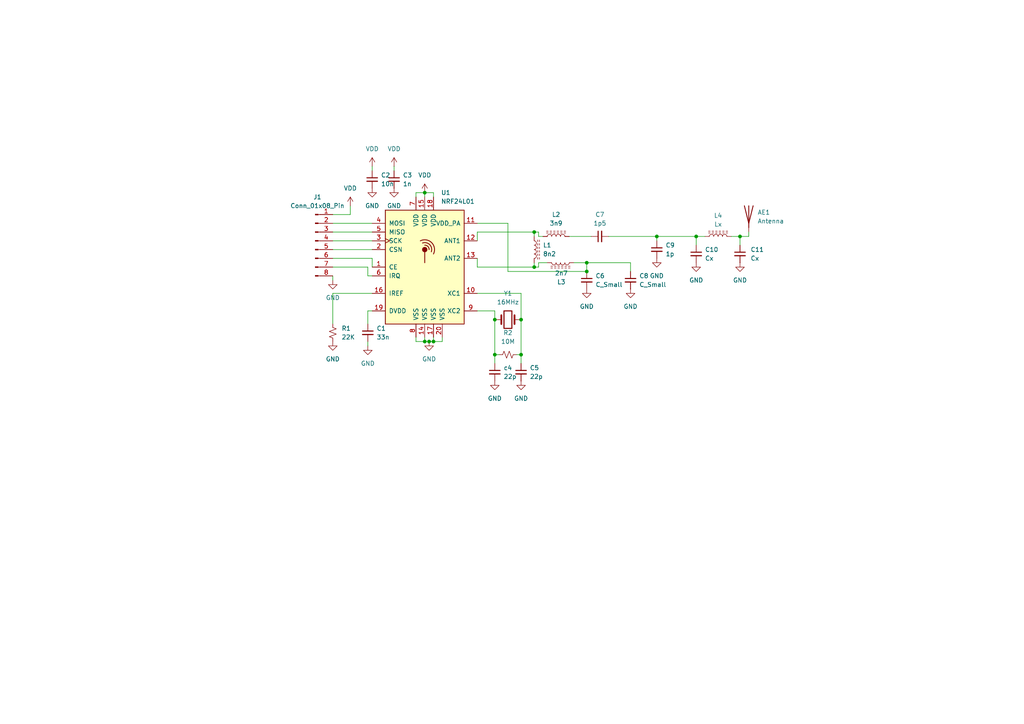
<source format=kicad_sch>
(kicad_sch
	(version 20231120)
	(generator "eeschema")
	(generator_version "8.0")
	(uuid "10e64302-b998-40fd-a5f6-1a8539cc3521")
	(paper "A4")
	(lib_symbols
		(symbol "Connector:Conn_01x08_Pin"
			(pin_names
				(offset 1.016) hide)
			(exclude_from_sim no)
			(in_bom yes)
			(on_board yes)
			(property "Reference" "J"
				(at 0 10.16 0)
				(effects
					(font
						(size 1.27 1.27)
					)
				)
			)
			(property "Value" "Conn_01x08_Pin"
				(at 0 -12.7 0)
				(effects
					(font
						(size 1.27 1.27)
					)
				)
			)
			(property "Footprint" ""
				(at 0 0 0)
				(effects
					(font
						(size 1.27 1.27)
					)
					(hide yes)
				)
			)
			(property "Datasheet" "~"
				(at 0 0 0)
				(effects
					(font
						(size 1.27 1.27)
					)
					(hide yes)
				)
			)
			(property "Description" "Generic connector, single row, 01x08, script generated"
				(at 0 0 0)
				(effects
					(font
						(size 1.27 1.27)
					)
					(hide yes)
				)
			)
			(property "ki_locked" ""
				(at 0 0 0)
				(effects
					(font
						(size 1.27 1.27)
					)
				)
			)
			(property "ki_keywords" "connector"
				(at 0 0 0)
				(effects
					(font
						(size 1.27 1.27)
					)
					(hide yes)
				)
			)
			(property "ki_fp_filters" "Connector*:*_1x??_*"
				(at 0 0 0)
				(effects
					(font
						(size 1.27 1.27)
					)
					(hide yes)
				)
			)
			(symbol "Conn_01x08_Pin_1_1"
				(polyline
					(pts
						(xy 1.27 -10.16) (xy 0.8636 -10.16)
					)
					(stroke
						(width 0.1524)
						(type default)
					)
					(fill
						(type none)
					)
				)
				(polyline
					(pts
						(xy 1.27 -7.62) (xy 0.8636 -7.62)
					)
					(stroke
						(width 0.1524)
						(type default)
					)
					(fill
						(type none)
					)
				)
				(polyline
					(pts
						(xy 1.27 -5.08) (xy 0.8636 -5.08)
					)
					(stroke
						(width 0.1524)
						(type default)
					)
					(fill
						(type none)
					)
				)
				(polyline
					(pts
						(xy 1.27 -2.54) (xy 0.8636 -2.54)
					)
					(stroke
						(width 0.1524)
						(type default)
					)
					(fill
						(type none)
					)
				)
				(polyline
					(pts
						(xy 1.27 0) (xy 0.8636 0)
					)
					(stroke
						(width 0.1524)
						(type default)
					)
					(fill
						(type none)
					)
				)
				(polyline
					(pts
						(xy 1.27 2.54) (xy 0.8636 2.54)
					)
					(stroke
						(width 0.1524)
						(type default)
					)
					(fill
						(type none)
					)
				)
				(polyline
					(pts
						(xy 1.27 5.08) (xy 0.8636 5.08)
					)
					(stroke
						(width 0.1524)
						(type default)
					)
					(fill
						(type none)
					)
				)
				(polyline
					(pts
						(xy 1.27 7.62) (xy 0.8636 7.62)
					)
					(stroke
						(width 0.1524)
						(type default)
					)
					(fill
						(type none)
					)
				)
				(rectangle
					(start 0.8636 -10.033)
					(end 0 -10.287)
					(stroke
						(width 0.1524)
						(type default)
					)
					(fill
						(type outline)
					)
				)
				(rectangle
					(start 0.8636 -7.493)
					(end 0 -7.747)
					(stroke
						(width 0.1524)
						(type default)
					)
					(fill
						(type outline)
					)
				)
				(rectangle
					(start 0.8636 -4.953)
					(end 0 -5.207)
					(stroke
						(width 0.1524)
						(type default)
					)
					(fill
						(type outline)
					)
				)
				(rectangle
					(start 0.8636 -2.413)
					(end 0 -2.667)
					(stroke
						(width 0.1524)
						(type default)
					)
					(fill
						(type outline)
					)
				)
				(rectangle
					(start 0.8636 0.127)
					(end 0 -0.127)
					(stroke
						(width 0.1524)
						(type default)
					)
					(fill
						(type outline)
					)
				)
				(rectangle
					(start 0.8636 2.667)
					(end 0 2.413)
					(stroke
						(width 0.1524)
						(type default)
					)
					(fill
						(type outline)
					)
				)
				(rectangle
					(start 0.8636 5.207)
					(end 0 4.953)
					(stroke
						(width 0.1524)
						(type default)
					)
					(fill
						(type outline)
					)
				)
				(rectangle
					(start 0.8636 7.747)
					(end 0 7.493)
					(stroke
						(width 0.1524)
						(type default)
					)
					(fill
						(type outline)
					)
				)
				(pin passive line
					(at 5.08 7.62 180)
					(length 3.81)
					(name "Pin_1"
						(effects
							(font
								(size 1.27 1.27)
							)
						)
					)
					(number "1"
						(effects
							(font
								(size 1.27 1.27)
							)
						)
					)
				)
				(pin passive line
					(at 5.08 5.08 180)
					(length 3.81)
					(name "Pin_2"
						(effects
							(font
								(size 1.27 1.27)
							)
						)
					)
					(number "2"
						(effects
							(font
								(size 1.27 1.27)
							)
						)
					)
				)
				(pin passive line
					(at 5.08 2.54 180)
					(length 3.81)
					(name "Pin_3"
						(effects
							(font
								(size 1.27 1.27)
							)
						)
					)
					(number "3"
						(effects
							(font
								(size 1.27 1.27)
							)
						)
					)
				)
				(pin passive line
					(at 5.08 0 180)
					(length 3.81)
					(name "Pin_4"
						(effects
							(font
								(size 1.27 1.27)
							)
						)
					)
					(number "4"
						(effects
							(font
								(size 1.27 1.27)
							)
						)
					)
				)
				(pin passive line
					(at 5.08 -2.54 180)
					(length 3.81)
					(name "Pin_5"
						(effects
							(font
								(size 1.27 1.27)
							)
						)
					)
					(number "5"
						(effects
							(font
								(size 1.27 1.27)
							)
						)
					)
				)
				(pin passive line
					(at 5.08 -5.08 180)
					(length 3.81)
					(name "Pin_6"
						(effects
							(font
								(size 1.27 1.27)
							)
						)
					)
					(number "6"
						(effects
							(font
								(size 1.27 1.27)
							)
						)
					)
				)
				(pin passive line
					(at 5.08 -7.62 180)
					(length 3.81)
					(name "Pin_7"
						(effects
							(font
								(size 1.27 1.27)
							)
						)
					)
					(number "7"
						(effects
							(font
								(size 1.27 1.27)
							)
						)
					)
				)
				(pin passive line
					(at 5.08 -10.16 180)
					(length 3.81)
					(name "Pin_8"
						(effects
							(font
								(size 1.27 1.27)
							)
						)
					)
					(number "8"
						(effects
							(font
								(size 1.27 1.27)
							)
						)
					)
				)
			)
		)
		(symbol "Device:Antenna"
			(pin_numbers hide)
			(pin_names
				(offset 1.016) hide)
			(exclude_from_sim no)
			(in_bom yes)
			(on_board yes)
			(property "Reference" "AE"
				(at -1.905 1.905 0)
				(effects
					(font
						(size 1.27 1.27)
					)
					(justify right)
				)
			)
			(property "Value" "Antenna"
				(at -1.905 0 0)
				(effects
					(font
						(size 1.27 1.27)
					)
					(justify right)
				)
			)
			(property "Footprint" ""
				(at 0 0 0)
				(effects
					(font
						(size 1.27 1.27)
					)
					(hide yes)
				)
			)
			(property "Datasheet" "~"
				(at 0 0 0)
				(effects
					(font
						(size 1.27 1.27)
					)
					(hide yes)
				)
			)
			(property "Description" "Antenna"
				(at 0 0 0)
				(effects
					(font
						(size 1.27 1.27)
					)
					(hide yes)
				)
			)
			(property "ki_keywords" "antenna"
				(at 0 0 0)
				(effects
					(font
						(size 1.27 1.27)
					)
					(hide yes)
				)
			)
			(symbol "Antenna_0_1"
				(polyline
					(pts
						(xy 0 2.54) (xy 0 -3.81)
					)
					(stroke
						(width 0.254)
						(type default)
					)
					(fill
						(type none)
					)
				)
				(polyline
					(pts
						(xy 1.27 2.54) (xy 0 -2.54) (xy -1.27 2.54)
					)
					(stroke
						(width 0.254)
						(type default)
					)
					(fill
						(type none)
					)
				)
			)
			(symbol "Antenna_1_1"
				(pin input line
					(at 0 -5.08 90)
					(length 2.54)
					(name "A"
						(effects
							(font
								(size 1.27 1.27)
							)
						)
					)
					(number "1"
						(effects
							(font
								(size 1.27 1.27)
							)
						)
					)
				)
			)
		)
		(symbol "Device:C_Small"
			(pin_numbers hide)
			(pin_names
				(offset 0.254) hide)
			(exclude_from_sim no)
			(in_bom yes)
			(on_board yes)
			(property "Reference" "C"
				(at 0.254 1.778 0)
				(effects
					(font
						(size 1.27 1.27)
					)
					(justify left)
				)
			)
			(property "Value" "C_Small"
				(at 0.254 -2.032 0)
				(effects
					(font
						(size 1.27 1.27)
					)
					(justify left)
				)
			)
			(property "Footprint" ""
				(at 0 0 0)
				(effects
					(font
						(size 1.27 1.27)
					)
					(hide yes)
				)
			)
			(property "Datasheet" "~"
				(at 0 0 0)
				(effects
					(font
						(size 1.27 1.27)
					)
					(hide yes)
				)
			)
			(property "Description" "Unpolarized capacitor, small symbol"
				(at 0 0 0)
				(effects
					(font
						(size 1.27 1.27)
					)
					(hide yes)
				)
			)
			(property "ki_keywords" "capacitor cap"
				(at 0 0 0)
				(effects
					(font
						(size 1.27 1.27)
					)
					(hide yes)
				)
			)
			(property "ki_fp_filters" "C_*"
				(at 0 0 0)
				(effects
					(font
						(size 1.27 1.27)
					)
					(hide yes)
				)
			)
			(symbol "C_Small_0_1"
				(polyline
					(pts
						(xy -1.524 -0.508) (xy 1.524 -0.508)
					)
					(stroke
						(width 0.3302)
						(type default)
					)
					(fill
						(type none)
					)
				)
				(polyline
					(pts
						(xy -1.524 0.508) (xy 1.524 0.508)
					)
					(stroke
						(width 0.3048)
						(type default)
					)
					(fill
						(type none)
					)
				)
			)
			(symbol "C_Small_1_1"
				(pin passive line
					(at 0 2.54 270)
					(length 2.032)
					(name "~"
						(effects
							(font
								(size 1.27 1.27)
							)
						)
					)
					(number "1"
						(effects
							(font
								(size 1.27 1.27)
							)
						)
					)
				)
				(pin passive line
					(at 0 -2.54 90)
					(length 2.032)
					(name "~"
						(effects
							(font
								(size 1.27 1.27)
							)
						)
					)
					(number "2"
						(effects
							(font
								(size 1.27 1.27)
							)
						)
					)
				)
			)
		)
		(symbol "Device:Crystal"
			(pin_numbers hide)
			(pin_names
				(offset 1.016) hide)
			(exclude_from_sim no)
			(in_bom yes)
			(on_board yes)
			(property "Reference" "Y"
				(at 0 3.81 0)
				(effects
					(font
						(size 1.27 1.27)
					)
				)
			)
			(property "Value" "Crystal"
				(at 0 -3.81 0)
				(effects
					(font
						(size 1.27 1.27)
					)
				)
			)
			(property "Footprint" ""
				(at 0 0 0)
				(effects
					(font
						(size 1.27 1.27)
					)
					(hide yes)
				)
			)
			(property "Datasheet" "~"
				(at 0 0 0)
				(effects
					(font
						(size 1.27 1.27)
					)
					(hide yes)
				)
			)
			(property "Description" "Two pin crystal"
				(at 0 0 0)
				(effects
					(font
						(size 1.27 1.27)
					)
					(hide yes)
				)
			)
			(property "ki_keywords" "quartz ceramic resonator oscillator"
				(at 0 0 0)
				(effects
					(font
						(size 1.27 1.27)
					)
					(hide yes)
				)
			)
			(property "ki_fp_filters" "Crystal*"
				(at 0 0 0)
				(effects
					(font
						(size 1.27 1.27)
					)
					(hide yes)
				)
			)
			(symbol "Crystal_0_1"
				(rectangle
					(start -1.143 2.54)
					(end 1.143 -2.54)
					(stroke
						(width 0.3048)
						(type default)
					)
					(fill
						(type none)
					)
				)
				(polyline
					(pts
						(xy -2.54 0) (xy -1.905 0)
					)
					(stroke
						(width 0)
						(type default)
					)
					(fill
						(type none)
					)
				)
				(polyline
					(pts
						(xy -1.905 -1.27) (xy -1.905 1.27)
					)
					(stroke
						(width 0.508)
						(type default)
					)
					(fill
						(type none)
					)
				)
				(polyline
					(pts
						(xy 1.905 -1.27) (xy 1.905 1.27)
					)
					(stroke
						(width 0.508)
						(type default)
					)
					(fill
						(type none)
					)
				)
				(polyline
					(pts
						(xy 2.54 0) (xy 1.905 0)
					)
					(stroke
						(width 0)
						(type default)
					)
					(fill
						(type none)
					)
				)
			)
			(symbol "Crystal_1_1"
				(pin passive line
					(at -3.81 0 0)
					(length 1.27)
					(name "1"
						(effects
							(font
								(size 1.27 1.27)
							)
						)
					)
					(number "1"
						(effects
							(font
								(size 1.27 1.27)
							)
						)
					)
				)
				(pin passive line
					(at 3.81 0 180)
					(length 1.27)
					(name "2"
						(effects
							(font
								(size 1.27 1.27)
							)
						)
					)
					(number "2"
						(effects
							(font
								(size 1.27 1.27)
							)
						)
					)
				)
			)
		)
		(symbol "Device:L_Ferrite"
			(pin_numbers hide)
			(pin_names
				(offset 1.016) hide)
			(exclude_from_sim no)
			(in_bom yes)
			(on_board yes)
			(property "Reference" "L"
				(at -1.27 0 90)
				(effects
					(font
						(size 1.27 1.27)
					)
				)
			)
			(property "Value" "L_Ferrite"
				(at 2.794 0 90)
				(effects
					(font
						(size 1.27 1.27)
					)
				)
			)
			(property "Footprint" ""
				(at 0 0 0)
				(effects
					(font
						(size 1.27 1.27)
					)
					(hide yes)
				)
			)
			(property "Datasheet" "~"
				(at 0 0 0)
				(effects
					(font
						(size 1.27 1.27)
					)
					(hide yes)
				)
			)
			(property "Description" "Inductor with ferrite core"
				(at 0 0 0)
				(effects
					(font
						(size 1.27 1.27)
					)
					(hide yes)
				)
			)
			(property "ki_keywords" "inductor choke coil reactor magnetic"
				(at 0 0 0)
				(effects
					(font
						(size 1.27 1.27)
					)
					(hide yes)
				)
			)
			(property "ki_fp_filters" "Choke_* *Coil* Inductor_* L_*"
				(at 0 0 0)
				(effects
					(font
						(size 1.27 1.27)
					)
					(hide yes)
				)
			)
			(symbol "L_Ferrite_0_1"
				(arc
					(start 0 -2.54)
					(mid 0.6323 -1.905)
					(end 0 -1.27)
					(stroke
						(width 0)
						(type default)
					)
					(fill
						(type none)
					)
				)
				(arc
					(start 0 -1.27)
					(mid 0.6323 -0.635)
					(end 0 0)
					(stroke
						(width 0)
						(type default)
					)
					(fill
						(type none)
					)
				)
				(polyline
					(pts
						(xy 1.016 -2.794) (xy 1.016 -2.286)
					)
					(stroke
						(width 0)
						(type default)
					)
					(fill
						(type none)
					)
				)
				(polyline
					(pts
						(xy 1.016 -1.778) (xy 1.016 -1.27)
					)
					(stroke
						(width 0)
						(type default)
					)
					(fill
						(type none)
					)
				)
				(polyline
					(pts
						(xy 1.016 -0.762) (xy 1.016 -0.254)
					)
					(stroke
						(width 0)
						(type default)
					)
					(fill
						(type none)
					)
				)
				(polyline
					(pts
						(xy 1.016 0.254) (xy 1.016 0.762)
					)
					(stroke
						(width 0)
						(type default)
					)
					(fill
						(type none)
					)
				)
				(polyline
					(pts
						(xy 1.016 1.27) (xy 1.016 1.778)
					)
					(stroke
						(width 0)
						(type default)
					)
					(fill
						(type none)
					)
				)
				(polyline
					(pts
						(xy 1.016 2.286) (xy 1.016 2.794)
					)
					(stroke
						(width 0)
						(type default)
					)
					(fill
						(type none)
					)
				)
				(polyline
					(pts
						(xy 1.524 -2.286) (xy 1.524 -2.794)
					)
					(stroke
						(width 0)
						(type default)
					)
					(fill
						(type none)
					)
				)
				(polyline
					(pts
						(xy 1.524 -1.27) (xy 1.524 -1.778)
					)
					(stroke
						(width 0)
						(type default)
					)
					(fill
						(type none)
					)
				)
				(polyline
					(pts
						(xy 1.524 -0.254) (xy 1.524 -0.762)
					)
					(stroke
						(width 0)
						(type default)
					)
					(fill
						(type none)
					)
				)
				(polyline
					(pts
						(xy 1.524 0.762) (xy 1.524 0.254)
					)
					(stroke
						(width 0)
						(type default)
					)
					(fill
						(type none)
					)
				)
				(polyline
					(pts
						(xy 1.524 1.778) (xy 1.524 1.27)
					)
					(stroke
						(width 0)
						(type default)
					)
					(fill
						(type none)
					)
				)
				(polyline
					(pts
						(xy 1.524 2.794) (xy 1.524 2.286)
					)
					(stroke
						(width 0)
						(type default)
					)
					(fill
						(type none)
					)
				)
				(arc
					(start 0 0)
					(mid 0.6323 0.635)
					(end 0 1.27)
					(stroke
						(width 0)
						(type default)
					)
					(fill
						(type none)
					)
				)
				(arc
					(start 0 1.27)
					(mid 0.6323 1.905)
					(end 0 2.54)
					(stroke
						(width 0)
						(type default)
					)
					(fill
						(type none)
					)
				)
			)
			(symbol "L_Ferrite_1_1"
				(pin passive line
					(at 0 3.81 270)
					(length 1.27)
					(name "1"
						(effects
							(font
								(size 1.27 1.27)
							)
						)
					)
					(number "1"
						(effects
							(font
								(size 1.27 1.27)
							)
						)
					)
				)
				(pin passive line
					(at 0 -3.81 90)
					(length 1.27)
					(name "2"
						(effects
							(font
								(size 1.27 1.27)
							)
						)
					)
					(number "2"
						(effects
							(font
								(size 1.27 1.27)
							)
						)
					)
				)
			)
		)
		(symbol "Device:R_Small_US"
			(pin_numbers hide)
			(pin_names
				(offset 0.254) hide)
			(exclude_from_sim no)
			(in_bom yes)
			(on_board yes)
			(property "Reference" "R"
				(at 0.762 0.508 0)
				(effects
					(font
						(size 1.27 1.27)
					)
					(justify left)
				)
			)
			(property "Value" "R_Small_US"
				(at 0.762 -1.016 0)
				(effects
					(font
						(size 1.27 1.27)
					)
					(justify left)
				)
			)
			(property "Footprint" ""
				(at 0 0 0)
				(effects
					(font
						(size 1.27 1.27)
					)
					(hide yes)
				)
			)
			(property "Datasheet" "~"
				(at 0 0 0)
				(effects
					(font
						(size 1.27 1.27)
					)
					(hide yes)
				)
			)
			(property "Description" "Resistor, small US symbol"
				(at 0 0 0)
				(effects
					(font
						(size 1.27 1.27)
					)
					(hide yes)
				)
			)
			(property "ki_keywords" "r resistor"
				(at 0 0 0)
				(effects
					(font
						(size 1.27 1.27)
					)
					(hide yes)
				)
			)
			(property "ki_fp_filters" "R_*"
				(at 0 0 0)
				(effects
					(font
						(size 1.27 1.27)
					)
					(hide yes)
				)
			)
			(symbol "R_Small_US_1_1"
				(polyline
					(pts
						(xy 0 0) (xy 1.016 -0.381) (xy 0 -0.762) (xy -1.016 -1.143) (xy 0 -1.524)
					)
					(stroke
						(width 0)
						(type default)
					)
					(fill
						(type none)
					)
				)
				(polyline
					(pts
						(xy 0 1.524) (xy 1.016 1.143) (xy 0 0.762) (xy -1.016 0.381) (xy 0 0)
					)
					(stroke
						(width 0)
						(type default)
					)
					(fill
						(type none)
					)
				)
				(pin passive line
					(at 0 2.54 270)
					(length 1.016)
					(name "~"
						(effects
							(font
								(size 1.27 1.27)
							)
						)
					)
					(number "1"
						(effects
							(font
								(size 1.27 1.27)
							)
						)
					)
				)
				(pin passive line
					(at 0 -2.54 90)
					(length 1.016)
					(name "~"
						(effects
							(font
								(size 1.27 1.27)
							)
						)
					)
					(number "2"
						(effects
							(font
								(size 1.27 1.27)
							)
						)
					)
				)
			)
		)
		(symbol "RF:NRF24L01"
			(pin_names
				(offset 1.016)
			)
			(exclude_from_sim no)
			(in_bom yes)
			(on_board yes)
			(property "Reference" "U"
				(at -11.43 17.78 0)
				(effects
					(font
						(size 1.27 1.27)
					)
					(justify left)
				)
			)
			(property "Value" "NRF24L01"
				(at 5.08 17.78 0)
				(effects
					(font
						(size 1.27 1.27)
					)
					(justify left)
				)
			)
			(property "Footprint" "Package_DFN_QFN:QFN-20-1EP_4x4mm_P0.5mm_EP2.5x2.5mm"
				(at 5.08 20.32 0)
				(effects
					(font
						(size 1.27 1.27)
						(italic yes)
					)
					(justify left)
					(hide yes)
				)
			)
			(property "Datasheet" "http://www.nordicsemi.com/eng/content/download/2730/34105/file/nRF24L01_Product_Specification_v2_0.pdf"
				(at 0 2.54 0)
				(effects
					(font
						(size 1.27 1.27)
					)
					(hide yes)
				)
			)
			(property "Description" "Ultra low power 2.4GHz RF Transceiver, QFN-20"
				(at 0 0 0)
				(effects
					(font
						(size 1.27 1.27)
					)
					(hide yes)
				)
			)
			(property "ki_keywords" "Low Power RF Transceiver"
				(at 0 0 0)
				(effects
					(font
						(size 1.27 1.27)
					)
					(hide yes)
				)
			)
			(property "ki_fp_filters" "QFN*4x4*0.5mm*"
				(at 0 0 0)
				(effects
					(font
						(size 1.27 1.27)
					)
					(hide yes)
				)
			)
			(symbol "NRF24L01_0_1"
				(rectangle
					(start -11.43 16.51)
					(end 11.43 -16.51)
					(stroke
						(width 0.254)
						(type default)
					)
					(fill
						(type background)
					)
				)
				(polyline
					(pts
						(xy 0 4.445) (xy 0 1.27)
					)
					(stroke
						(width 0.254)
						(type default)
					)
					(fill
						(type none)
					)
				)
				(circle
					(center 0 5.08)
					(radius 0.635)
					(stroke
						(width 0.254)
						(type default)
					)
					(fill
						(type outline)
					)
				)
				(arc
					(start 1.27 5.08)
					(mid 0.9071 5.9946)
					(end 0 6.35)
					(stroke
						(width 0.254)
						(type default)
					)
					(fill
						(type none)
					)
				)
				(arc
					(start 1.905 4.445)
					(mid 1.4313 6.5254)
					(end -0.635 6.985)
					(stroke
						(width 0.254)
						(type default)
					)
					(fill
						(type none)
					)
				)
				(arc
					(start 2.54 3.81)
					(mid 2.008 7.088)
					(end -1.27 7.62)
					(stroke
						(width 0.254)
						(type default)
					)
					(fill
						(type none)
					)
				)
				(rectangle
					(start 11.43 -13.97)
					(end 11.43 -13.97)
					(stroke
						(width 0)
						(type default)
					)
					(fill
						(type none)
					)
				)
			)
			(symbol "NRF24L01_1_1"
				(pin input line
					(at -15.24 0 0)
					(length 3.81)
					(name "CE"
						(effects
							(font
								(size 1.27 1.27)
							)
						)
					)
					(number "1"
						(effects
							(font
								(size 1.27 1.27)
							)
						)
					)
				)
				(pin passive line
					(at 15.24 -7.62 180)
					(length 3.81)
					(name "XC1"
						(effects
							(font
								(size 1.27 1.27)
							)
						)
					)
					(number "10"
						(effects
							(font
								(size 1.27 1.27)
							)
						)
					)
				)
				(pin power_out line
					(at 15.24 12.7 180)
					(length 3.81)
					(name "VDD_PA"
						(effects
							(font
								(size 1.27 1.27)
							)
						)
					)
					(number "11"
						(effects
							(font
								(size 1.27 1.27)
							)
						)
					)
				)
				(pin passive line
					(at 15.24 7.62 180)
					(length 3.81)
					(name "ANT1"
						(effects
							(font
								(size 1.27 1.27)
							)
						)
					)
					(number "12"
						(effects
							(font
								(size 1.27 1.27)
							)
						)
					)
				)
				(pin passive line
					(at 15.24 2.54 180)
					(length 3.81)
					(name "ANT2"
						(effects
							(font
								(size 1.27 1.27)
							)
						)
					)
					(number "13"
						(effects
							(font
								(size 1.27 1.27)
							)
						)
					)
				)
				(pin power_in line
					(at 0 -20.32 90)
					(length 3.81)
					(name "VSS"
						(effects
							(font
								(size 1.27 1.27)
							)
						)
					)
					(number "14"
						(effects
							(font
								(size 1.27 1.27)
							)
						)
					)
				)
				(pin power_in line
					(at 0 20.32 270)
					(length 3.81)
					(name "VDD"
						(effects
							(font
								(size 1.27 1.27)
							)
						)
					)
					(number "15"
						(effects
							(font
								(size 1.27 1.27)
							)
						)
					)
				)
				(pin passive line
					(at -15.24 -7.62 0)
					(length 3.81)
					(name "IREF"
						(effects
							(font
								(size 1.27 1.27)
							)
						)
					)
					(number "16"
						(effects
							(font
								(size 1.27 1.27)
							)
						)
					)
				)
				(pin power_in line
					(at 2.54 -20.32 90)
					(length 3.81)
					(name "VSS"
						(effects
							(font
								(size 1.27 1.27)
							)
						)
					)
					(number "17"
						(effects
							(font
								(size 1.27 1.27)
							)
						)
					)
				)
				(pin power_in line
					(at 2.54 20.32 270)
					(length 3.81)
					(name "VDD"
						(effects
							(font
								(size 1.27 1.27)
							)
						)
					)
					(number "18"
						(effects
							(font
								(size 1.27 1.27)
							)
						)
					)
				)
				(pin power_out line
					(at -15.24 -12.7 0)
					(length 3.81)
					(name "DVDD"
						(effects
							(font
								(size 1.27 1.27)
							)
						)
					)
					(number "19"
						(effects
							(font
								(size 1.27 1.27)
							)
						)
					)
				)
				(pin input line
					(at -15.24 5.08 0)
					(length 3.81)
					(name "CSN"
						(effects
							(font
								(size 1.27 1.27)
							)
						)
					)
					(number "2"
						(effects
							(font
								(size 1.27 1.27)
							)
						)
					)
				)
				(pin power_in line
					(at 5.08 -20.32 90)
					(length 3.81)
					(name "VSS"
						(effects
							(font
								(size 1.27 1.27)
							)
						)
					)
					(number "20"
						(effects
							(font
								(size 1.27 1.27)
							)
						)
					)
				)
				(pin input clock
					(at -15.24 7.62 0)
					(length 3.81)
					(name "SCK"
						(effects
							(font
								(size 1.27 1.27)
							)
						)
					)
					(number "3"
						(effects
							(font
								(size 1.27 1.27)
							)
						)
					)
				)
				(pin input line
					(at -15.24 12.7 0)
					(length 3.81)
					(name "MOSI"
						(effects
							(font
								(size 1.27 1.27)
							)
						)
					)
					(number "4"
						(effects
							(font
								(size 1.27 1.27)
							)
						)
					)
				)
				(pin output line
					(at -15.24 10.16 0)
					(length 3.81)
					(name "MISO"
						(effects
							(font
								(size 1.27 1.27)
							)
						)
					)
					(number "5"
						(effects
							(font
								(size 1.27 1.27)
							)
						)
					)
				)
				(pin output line
					(at -15.24 -2.54 0)
					(length 3.81)
					(name "IRQ"
						(effects
							(font
								(size 1.27 1.27)
							)
						)
					)
					(number "6"
						(effects
							(font
								(size 1.27 1.27)
							)
						)
					)
				)
				(pin power_in line
					(at -2.54 20.32 270)
					(length 3.81)
					(name "VDD"
						(effects
							(font
								(size 1.27 1.27)
							)
						)
					)
					(number "7"
						(effects
							(font
								(size 1.27 1.27)
							)
						)
					)
				)
				(pin power_in line
					(at -2.54 -20.32 90)
					(length 3.81)
					(name "VSS"
						(effects
							(font
								(size 1.27 1.27)
							)
						)
					)
					(number "8"
						(effects
							(font
								(size 1.27 1.27)
							)
						)
					)
				)
				(pin passive line
					(at 15.24 -12.7 180)
					(length 3.81)
					(name "XC2"
						(effects
							(font
								(size 1.27 1.27)
							)
						)
					)
					(number "9"
						(effects
							(font
								(size 1.27 1.27)
							)
						)
					)
				)
			)
		)
		(symbol "power:GND"
			(power)
			(pin_numbers hide)
			(pin_names
				(offset 0) hide)
			(exclude_from_sim no)
			(in_bom yes)
			(on_board yes)
			(property "Reference" "#PWR"
				(at 0 -6.35 0)
				(effects
					(font
						(size 1.27 1.27)
					)
					(hide yes)
				)
			)
			(property "Value" "GND"
				(at 0 -3.81 0)
				(effects
					(font
						(size 1.27 1.27)
					)
				)
			)
			(property "Footprint" ""
				(at 0 0 0)
				(effects
					(font
						(size 1.27 1.27)
					)
					(hide yes)
				)
			)
			(property "Datasheet" ""
				(at 0 0 0)
				(effects
					(font
						(size 1.27 1.27)
					)
					(hide yes)
				)
			)
			(property "Description" "Power symbol creates a global label with name \"GND\" , ground"
				(at 0 0 0)
				(effects
					(font
						(size 1.27 1.27)
					)
					(hide yes)
				)
			)
			(property "ki_keywords" "global power"
				(at 0 0 0)
				(effects
					(font
						(size 1.27 1.27)
					)
					(hide yes)
				)
			)
			(symbol "GND_0_1"
				(polyline
					(pts
						(xy 0 0) (xy 0 -1.27) (xy 1.27 -1.27) (xy 0 -2.54) (xy -1.27 -1.27) (xy 0 -1.27)
					)
					(stroke
						(width 0)
						(type default)
					)
					(fill
						(type none)
					)
				)
			)
			(symbol "GND_1_1"
				(pin power_in line
					(at 0 0 270)
					(length 0)
					(name "~"
						(effects
							(font
								(size 1.27 1.27)
							)
						)
					)
					(number "1"
						(effects
							(font
								(size 1.27 1.27)
							)
						)
					)
				)
			)
		)
		(symbol "power:VDD"
			(power)
			(pin_numbers hide)
			(pin_names
				(offset 0) hide)
			(exclude_from_sim no)
			(in_bom yes)
			(on_board yes)
			(property "Reference" "#PWR"
				(at 0 -3.81 0)
				(effects
					(font
						(size 1.27 1.27)
					)
					(hide yes)
				)
			)
			(property "Value" "VDD"
				(at 0 3.556 0)
				(effects
					(font
						(size 1.27 1.27)
					)
				)
			)
			(property "Footprint" ""
				(at 0 0 0)
				(effects
					(font
						(size 1.27 1.27)
					)
					(hide yes)
				)
			)
			(property "Datasheet" ""
				(at 0 0 0)
				(effects
					(font
						(size 1.27 1.27)
					)
					(hide yes)
				)
			)
			(property "Description" "Power symbol creates a global label with name \"VDD\""
				(at 0 0 0)
				(effects
					(font
						(size 1.27 1.27)
					)
					(hide yes)
				)
			)
			(property "ki_keywords" "global power"
				(at 0 0 0)
				(effects
					(font
						(size 1.27 1.27)
					)
					(hide yes)
				)
			)
			(symbol "VDD_0_1"
				(polyline
					(pts
						(xy -0.762 1.27) (xy 0 2.54)
					)
					(stroke
						(width 0)
						(type default)
					)
					(fill
						(type none)
					)
				)
				(polyline
					(pts
						(xy 0 0) (xy 0 2.54)
					)
					(stroke
						(width 0)
						(type default)
					)
					(fill
						(type none)
					)
				)
				(polyline
					(pts
						(xy 0 2.54) (xy 0.762 1.27)
					)
					(stroke
						(width 0)
						(type default)
					)
					(fill
						(type none)
					)
				)
			)
			(symbol "VDD_1_1"
				(pin power_in line
					(at 0 0 90)
					(length 0)
					(name "~"
						(effects
							(font
								(size 1.27 1.27)
							)
						)
					)
					(number "1"
						(effects
							(font
								(size 1.27 1.27)
							)
						)
					)
				)
			)
		)
	)
	(junction
		(at 143.51 102.87)
		(diameter 0)
		(color 0 0 0 0)
		(uuid "234eae78-c727-43de-8a08-393be0c9e8fe")
	)
	(junction
		(at 124.46 99.06)
		(diameter 0)
		(color 0 0 0 0)
		(uuid "28d9a2c6-d27e-4d5f-a294-138ec5d2f769")
	)
	(junction
		(at 151.13 102.87)
		(diameter 0)
		(color 0 0 0 0)
		(uuid "2baf3660-55f5-4063-842b-124f6b0c1610")
	)
	(junction
		(at 170.18 78.74)
		(diameter 0)
		(color 0 0 0 0)
		(uuid "3a4739da-d705-49d2-b319-22c1de76f8ba")
	)
	(junction
		(at 123.19 99.06)
		(diameter 0)
		(color 0 0 0 0)
		(uuid "3f133676-8a4d-40d2-ba90-561b80380e4c")
	)
	(junction
		(at 123.19 55.88)
		(diameter 0)
		(color 0 0 0 0)
		(uuid "56660605-3476-4a8c-a975-450b608efa95")
	)
	(junction
		(at 170.18 76.2)
		(diameter 0)
		(color 0 0 0 0)
		(uuid "63373de5-7932-49cf-a8e4-accc27626f00")
	)
	(junction
		(at 143.51 92.71)
		(diameter 0)
		(color 0 0 0 0)
		(uuid "69271479-009a-44d4-b8a9-fcb1cdcc4620")
	)
	(junction
		(at 151.13 92.71)
		(diameter 0)
		(color 0 0 0 0)
		(uuid "6f1e0e05-170f-4706-9d13-c9431f8e1604")
	)
	(junction
		(at 214.63 68.58)
		(diameter 0)
		(color 0 0 0 0)
		(uuid "ab989907-717c-4dfe-bbf8-a1f7f393fb47")
	)
	(junction
		(at 201.93 68.58)
		(diameter 0)
		(color 0 0 0 0)
		(uuid "beee5d05-b0b0-469d-ba09-b4e654e26a9b")
	)
	(junction
		(at 154.94 67.31)
		(diameter 0)
		(color 0 0 0 0)
		(uuid "c6822bb1-f044-403e-b555-ed06f6de005b")
	)
	(junction
		(at 154.94 77.47)
		(diameter 0)
		(color 0 0 0 0)
		(uuid "e244db15-f5e6-4665-af02-36d3e3489ec3")
	)
	(junction
		(at 125.73 99.06)
		(diameter 0)
		(color 0 0 0 0)
		(uuid "f0cc20d9-1cfe-46b0-9498-db5d9c307523")
	)
	(junction
		(at 190.5 68.58)
		(diameter 0)
		(color 0 0 0 0)
		(uuid "f57a2cf5-8c03-4326-93ca-e1f4ce723773")
	)
	(wire
		(pts
			(xy 123.19 55.88) (xy 123.19 57.15)
		)
		(stroke
			(width 0)
			(type default)
		)
		(uuid "051d06e1-ad1d-438b-9fd1-60a6c47034e7")
	)
	(wire
		(pts
			(xy 156.21 77.47) (xy 156.21 76.2)
		)
		(stroke
			(width 0)
			(type default)
		)
		(uuid "0a0f75cd-e776-4954-a3bb-7aae14543e24")
	)
	(wire
		(pts
			(xy 201.93 68.58) (xy 204.47 68.58)
		)
		(stroke
			(width 0)
			(type default)
		)
		(uuid "0b398904-3cf3-4039-924d-e2b8c5ae157d")
	)
	(wire
		(pts
			(xy 170.18 76.2) (xy 182.88 76.2)
		)
		(stroke
			(width 0)
			(type default)
		)
		(uuid "1321ba11-d770-4a9a-8203-b56cae750774")
	)
	(wire
		(pts
			(xy 201.93 71.12) (xy 201.93 68.58)
		)
		(stroke
			(width 0)
			(type default)
		)
		(uuid "1a17449d-9d76-4f43-8df4-795911cc7383")
	)
	(wire
		(pts
			(xy 125.73 57.15) (xy 125.73 55.88)
		)
		(stroke
			(width 0)
			(type default)
		)
		(uuid "1d8a2539-b187-4b24-a022-6f99176195d3")
	)
	(wire
		(pts
			(xy 123.19 97.79) (xy 123.19 99.06)
		)
		(stroke
			(width 0)
			(type default)
		)
		(uuid "1e665579-fd00-4bf7-9dc2-ef5a9db5fa27")
	)
	(wire
		(pts
			(xy 107.95 48.26) (xy 107.95 49.53)
		)
		(stroke
			(width 0)
			(type default)
		)
		(uuid "1ece8f43-a9da-4fd7-8bf7-64a609feb28c")
	)
	(wire
		(pts
			(xy 190.5 68.58) (xy 201.93 68.58)
		)
		(stroke
			(width 0)
			(type default)
		)
		(uuid "23f49465-59e4-4d42-aff9-504cbbdee6ad")
	)
	(wire
		(pts
			(xy 147.32 78.74) (xy 170.18 78.74)
		)
		(stroke
			(width 0)
			(type default)
		)
		(uuid "3086ee2d-1b2f-4cd7-82de-b12e341f36bc")
	)
	(wire
		(pts
			(xy 151.13 85.09) (xy 138.43 85.09)
		)
		(stroke
			(width 0)
			(type default)
		)
		(uuid "3325af7c-1305-4dc9-b2b2-f71b0ae2cac4")
	)
	(wire
		(pts
			(xy 106.68 99.06) (xy 106.68 100.33)
		)
		(stroke
			(width 0)
			(type default)
		)
		(uuid "3594bfd6-9939-46bc-bb69-ef60ca60ec9c")
	)
	(wire
		(pts
			(xy 106.68 77.47) (xy 106.68 80.01)
		)
		(stroke
			(width 0)
			(type default)
		)
		(uuid "3828012c-0cc9-41c4-94eb-7b3471c20230")
	)
	(wire
		(pts
			(xy 138.43 74.93) (xy 138.43 77.47)
		)
		(stroke
			(width 0)
			(type default)
		)
		(uuid "397b5902-6786-49f0-9e02-cc28113901ed")
	)
	(wire
		(pts
			(xy 170.18 76.2) (xy 170.18 78.74)
		)
		(stroke
			(width 0)
			(type default)
		)
		(uuid "3ad8b11e-b9da-4203-914c-6ef2d2eefa2e")
	)
	(wire
		(pts
			(xy 120.65 57.15) (xy 120.65 55.88)
		)
		(stroke
			(width 0)
			(type default)
		)
		(uuid "3b2272c3-568e-41eb-a301-4c3bf97f3910")
	)
	(wire
		(pts
			(xy 106.68 90.17) (xy 107.95 90.17)
		)
		(stroke
			(width 0)
			(type default)
		)
		(uuid "3e2c81c8-6d78-43bb-8587-df0bd57c0c1c")
	)
	(wire
		(pts
			(xy 143.51 102.87) (xy 144.78 102.87)
		)
		(stroke
			(width 0)
			(type default)
		)
		(uuid "42c9450e-8be4-4c79-a4c3-41267ec575b2")
	)
	(wire
		(pts
			(xy 182.88 76.2) (xy 182.88 78.74)
		)
		(stroke
			(width 0)
			(type default)
		)
		(uuid "4e407e80-9332-40ce-9efc-5c0ce9584da9")
	)
	(wire
		(pts
			(xy 107.95 74.93) (xy 107.95 77.47)
		)
		(stroke
			(width 0)
			(type default)
		)
		(uuid "502b6a66-6848-48dd-9e92-f6b7fae300c9")
	)
	(wire
		(pts
			(xy 154.94 77.47) (xy 156.21 77.47)
		)
		(stroke
			(width 0)
			(type default)
		)
		(uuid "513e7d76-a57d-4841-8cae-78a3f24f0697")
	)
	(wire
		(pts
			(xy 138.43 67.31) (xy 138.43 69.85)
		)
		(stroke
			(width 0)
			(type default)
		)
		(uuid "53e7ae52-b2fb-48b7-8c1b-50d728dc285a")
	)
	(wire
		(pts
			(xy 147.32 64.77) (xy 147.32 78.74)
		)
		(stroke
			(width 0)
			(type default)
		)
		(uuid "547569cc-b6a6-41e1-b829-8f6f1d4c8cf1")
	)
	(wire
		(pts
			(xy 217.17 67.31) (xy 217.17 68.58)
		)
		(stroke
			(width 0)
			(type default)
		)
		(uuid "5b6c8e31-9953-4504-8975-12bd1cf86d28")
	)
	(wire
		(pts
			(xy 156.21 67.31) (xy 156.21 68.58)
		)
		(stroke
			(width 0)
			(type default)
		)
		(uuid "5cbc8e64-4eb2-4f2c-9b29-3eb4bf395e8e")
	)
	(wire
		(pts
			(xy 120.65 97.79) (xy 120.65 99.06)
		)
		(stroke
			(width 0)
			(type default)
		)
		(uuid "5db1264f-0b96-4d48-8163-99f2a5cdd05c")
	)
	(wire
		(pts
			(xy 154.94 67.31) (xy 156.21 67.31)
		)
		(stroke
			(width 0)
			(type default)
		)
		(uuid "5eedd73a-60f8-4fcb-9955-aa3264694030")
	)
	(wire
		(pts
			(xy 214.63 68.58) (xy 214.63 71.12)
		)
		(stroke
			(width 0)
			(type default)
		)
		(uuid "65605e2b-683b-4a9e-a67a-c84093091a5a")
	)
	(wire
		(pts
			(xy 212.09 68.58) (xy 214.63 68.58)
		)
		(stroke
			(width 0)
			(type default)
		)
		(uuid "6e8dc587-cc64-4ac0-9e1f-e05a8e693524")
	)
	(wire
		(pts
			(xy 128.27 99.06) (xy 125.73 99.06)
		)
		(stroke
			(width 0)
			(type default)
		)
		(uuid "715eeb73-e781-4459-bc2e-91414ea7868a")
	)
	(wire
		(pts
			(xy 120.65 55.88) (xy 123.19 55.88)
		)
		(stroke
			(width 0)
			(type default)
		)
		(uuid "7826c3bf-b5dc-47ff-9d36-dd31ce6fdeec")
	)
	(wire
		(pts
			(xy 96.52 77.47) (xy 106.68 77.47)
		)
		(stroke
			(width 0)
			(type default)
		)
		(uuid "804bd7ba-a5ba-45b4-b3a8-4b5fdcfd2da4")
	)
	(wire
		(pts
			(xy 217.17 68.58) (xy 214.63 68.58)
		)
		(stroke
			(width 0)
			(type default)
		)
		(uuid "81533b30-7b7c-4d32-a0da-7a370508f138")
	)
	(wire
		(pts
			(xy 151.13 102.87) (xy 151.13 92.71)
		)
		(stroke
			(width 0)
			(type default)
		)
		(uuid "81d37f09-45c1-477c-a3a1-94ccf2a5965b")
	)
	(wire
		(pts
			(xy 128.27 97.79) (xy 128.27 99.06)
		)
		(stroke
			(width 0)
			(type default)
		)
		(uuid "8ad9c83e-8865-4d88-bd1c-690376dd1825")
	)
	(wire
		(pts
			(xy 101.6 62.23) (xy 101.6 59.69)
		)
		(stroke
			(width 0)
			(type default)
		)
		(uuid "8b7bed07-ecf6-4d4f-b089-7a40c3b54c25")
	)
	(wire
		(pts
			(xy 151.13 105.41) (xy 151.13 102.87)
		)
		(stroke
			(width 0)
			(type default)
		)
		(uuid "9606d958-a510-46e4-a43a-5f5a6fa0e8fe")
	)
	(wire
		(pts
			(xy 106.68 80.01) (xy 107.95 80.01)
		)
		(stroke
			(width 0)
			(type default)
		)
		(uuid "97bbafa3-683e-40f6-8f8e-77b8da26e0bc")
	)
	(wire
		(pts
			(xy 151.13 92.71) (xy 151.13 85.09)
		)
		(stroke
			(width 0)
			(type default)
		)
		(uuid "99213bec-de6a-4093-9d68-b152a3463581")
	)
	(wire
		(pts
			(xy 125.73 99.06) (xy 124.46 99.06)
		)
		(stroke
			(width 0)
			(type default)
		)
		(uuid "9a1c8a22-0d67-4e7b-a714-483fe2c733a4")
	)
	(wire
		(pts
			(xy 149.86 102.87) (xy 151.13 102.87)
		)
		(stroke
			(width 0)
			(type default)
		)
		(uuid "9b694450-d9e6-4523-8f15-8e28aa2f5df6")
	)
	(wire
		(pts
			(xy 138.43 67.31) (xy 154.94 67.31)
		)
		(stroke
			(width 0)
			(type default)
		)
		(uuid "a1191fc4-6b10-493c-ad6e-390536875819")
	)
	(wire
		(pts
			(xy 96.52 64.77) (xy 107.95 64.77)
		)
		(stroke
			(width 0)
			(type default)
		)
		(uuid "a18b0a4c-6263-4e48-85a5-45136d4d3c27")
	)
	(wire
		(pts
			(xy 96.52 80.01) (xy 96.52 81.28)
		)
		(stroke
			(width 0)
			(type default)
		)
		(uuid "a4be11e8-d05b-43ae-9cd4-9eec7690877f")
	)
	(wire
		(pts
			(xy 156.21 76.2) (xy 158.75 76.2)
		)
		(stroke
			(width 0)
			(type default)
		)
		(uuid "b21ee75f-066f-44c1-aca6-c8ae0750cd74")
	)
	(wire
		(pts
			(xy 143.51 90.17) (xy 143.51 92.71)
		)
		(stroke
			(width 0)
			(type default)
		)
		(uuid "b45ccd6a-80ed-474a-8c41-66683256501e")
	)
	(wire
		(pts
			(xy 125.73 55.88) (xy 123.19 55.88)
		)
		(stroke
			(width 0)
			(type default)
		)
		(uuid "b7518a01-ad29-429b-a3b2-ae135f96d5f6")
	)
	(wire
		(pts
			(xy 96.52 62.23) (xy 101.6 62.23)
		)
		(stroke
			(width 0)
			(type default)
		)
		(uuid "b7695ef2-38b2-4f13-8364-f6fb97bf76d3")
	)
	(wire
		(pts
			(xy 154.94 77.47) (xy 154.94 76.2)
		)
		(stroke
			(width 0)
			(type default)
		)
		(uuid "b8eb842f-6089-4fa2-96d4-4b864e1462aa")
	)
	(wire
		(pts
			(xy 120.65 99.06) (xy 123.19 99.06)
		)
		(stroke
			(width 0)
			(type default)
		)
		(uuid "c0a7ca3d-1854-4731-8e28-74e38cb3d58c")
	)
	(wire
		(pts
			(xy 138.43 77.47) (xy 154.94 77.47)
		)
		(stroke
			(width 0)
			(type default)
		)
		(uuid "c3dcc7f7-bdee-4f7c-87fc-517c7a307279")
	)
	(wire
		(pts
			(xy 138.43 64.77) (xy 147.32 64.77)
		)
		(stroke
			(width 0)
			(type default)
		)
		(uuid "c87bc4d7-f534-411e-b9f4-a29219320e30")
	)
	(wire
		(pts
			(xy 114.3 48.26) (xy 114.3 49.53)
		)
		(stroke
			(width 0)
			(type default)
		)
		(uuid "c8df158d-724b-4e40-96e6-9d56c8b94893")
	)
	(wire
		(pts
			(xy 143.51 92.71) (xy 143.51 102.87)
		)
		(stroke
			(width 0)
			(type default)
		)
		(uuid "c99a19e9-70c0-42fe-8d0d-76d70879f1d7")
	)
	(wire
		(pts
			(xy 96.52 67.31) (xy 107.95 67.31)
		)
		(stroke
			(width 0)
			(type default)
		)
		(uuid "cb0c936e-7781-4f70-a845-8bb9e85e4206")
	)
	(wire
		(pts
			(xy 125.73 97.79) (xy 125.73 99.06)
		)
		(stroke
			(width 0)
			(type default)
		)
		(uuid "d007a368-6f8b-4ba8-86cb-7f45671fb2f1")
	)
	(wire
		(pts
			(xy 96.52 69.85) (xy 107.95 69.85)
		)
		(stroke
			(width 0)
			(type default)
		)
		(uuid "d06daf4a-7e9b-4fb3-8ebe-997896e606e7")
	)
	(wire
		(pts
			(xy 154.94 67.31) (xy 154.94 68.58)
		)
		(stroke
			(width 0)
			(type default)
		)
		(uuid "d0f5933c-a51a-4e43-b26b-7b80564d8058")
	)
	(wire
		(pts
			(xy 190.5 68.58) (xy 190.5 69.85)
		)
		(stroke
			(width 0)
			(type default)
		)
		(uuid "d8c4d64a-6028-46e0-b3cc-d2deb8c20872")
	)
	(wire
		(pts
			(xy 96.52 72.39) (xy 107.95 72.39)
		)
		(stroke
			(width 0)
			(type default)
		)
		(uuid "dac77268-0d73-4e4d-830e-eb33190f5996")
	)
	(wire
		(pts
			(xy 138.43 90.17) (xy 143.51 90.17)
		)
		(stroke
			(width 0)
			(type default)
		)
		(uuid "df29ecef-bff0-485d-9112-932884c33522")
	)
	(wire
		(pts
			(xy 123.19 99.06) (xy 124.46 99.06)
		)
		(stroke
			(width 0)
			(type default)
		)
		(uuid "e71d25f7-b933-4e68-b078-a65e180e8e6f")
	)
	(wire
		(pts
			(xy 156.21 68.58) (xy 157.48 68.58)
		)
		(stroke
			(width 0)
			(type default)
		)
		(uuid "e7bb0f8b-824c-4c3e-8d03-a456578db165")
	)
	(wire
		(pts
			(xy 96.52 85.09) (xy 107.95 85.09)
		)
		(stroke
			(width 0)
			(type default)
		)
		(uuid "e7c8cf93-a113-403b-b1f3-10c85657a086")
	)
	(wire
		(pts
			(xy 143.51 102.87) (xy 143.51 105.41)
		)
		(stroke
			(width 0)
			(type default)
		)
		(uuid "e7cc3ea8-140e-47f9-9e6c-4b30bb9361b4")
	)
	(wire
		(pts
			(xy 96.52 74.93) (xy 107.95 74.93)
		)
		(stroke
			(width 0)
			(type default)
		)
		(uuid "e916a668-0fdb-40b5-b9cc-cfc8069b8f37")
	)
	(wire
		(pts
			(xy 165.1 68.58) (xy 171.45 68.58)
		)
		(stroke
			(width 0)
			(type default)
		)
		(uuid "eecbcd25-c067-4a33-8275-84ed1e60d7c4")
	)
	(wire
		(pts
			(xy 176.53 68.58) (xy 190.5 68.58)
		)
		(stroke
			(width 0)
			(type default)
		)
		(uuid "f5c95865-4578-4a6b-b507-f570e730dd51")
	)
	(wire
		(pts
			(xy 106.68 93.98) (xy 106.68 90.17)
		)
		(stroke
			(width 0)
			(type default)
		)
		(uuid "f8b1f80e-1d63-45cc-9661-5f3e688c483d")
	)
	(wire
		(pts
			(xy 166.37 76.2) (xy 170.18 76.2)
		)
		(stroke
			(width 0)
			(type default)
		)
		(uuid "fca1ac2f-5c94-4421-8e03-7a706678830d")
	)
	(wire
		(pts
			(xy 96.52 93.98) (xy 96.52 85.09)
		)
		(stroke
			(width 0)
			(type default)
		)
		(uuid "fe60f121-c5b5-4d50-abed-7a625f9fda1b")
	)
	(symbol
		(lib_id "power:GND")
		(at 190.5 74.93 0)
		(unit 1)
		(exclude_from_sim no)
		(in_bom yes)
		(on_board yes)
		(dnp no)
		(fields_autoplaced yes)
		(uuid "02cb53f4-d4d1-4b8a-8828-1997785df87e")
		(property "Reference" "#PWR015"
			(at 190.5 81.28 0)
			(effects
				(font
					(size 1.27 1.27)
				)
				(hide yes)
			)
		)
		(property "Value" "GND"
			(at 190.5 80.01 0)
			(effects
				(font
					(size 1.27 1.27)
				)
			)
		)
		(property "Footprint" ""
			(at 190.5 74.93 0)
			(effects
				(font
					(size 1.27 1.27)
				)
				(hide yes)
			)
		)
		(property "Datasheet" ""
			(at 190.5 74.93 0)
			(effects
				(font
					(size 1.27 1.27)
				)
				(hide yes)
			)
		)
		(property "Description" "Power symbol creates a global label with name \"GND\" , ground"
			(at 190.5 74.93 0)
			(effects
				(font
					(size 1.27 1.27)
				)
				(hide yes)
			)
		)
		(pin "1"
			(uuid "9aa59a54-64a5-47dd-accd-0a59db6d9a36")
		)
		(instances
			(project "Desarrollo de modulo NRF24L01 2.4GHz"
				(path "/10e64302-b998-40fd-a5f6-1a8539cc3521"
					(reference "#PWR015")
					(unit 1)
				)
			)
		)
	)
	(symbol
		(lib_id "Device:C_Small")
		(at 173.99 68.58 90)
		(unit 1)
		(exclude_from_sim no)
		(in_bom yes)
		(on_board yes)
		(dnp no)
		(fields_autoplaced yes)
		(uuid "0613a5f9-b080-4c4b-ac7e-ebf54a859bbf")
		(property "Reference" "C7"
			(at 173.9963 62.23 90)
			(effects
				(font
					(size 1.27 1.27)
				)
			)
		)
		(property "Value" "1p5"
			(at 173.9963 64.77 90)
			(effects
				(font
					(size 1.27 1.27)
				)
			)
		)
		(property "Footprint" "Capacitor_SMD:C_01005_0402Metric"
			(at 173.99 68.58 0)
			(effects
				(font
					(size 1.27 1.27)
				)
				(hide yes)
			)
		)
		(property "Datasheet" "~"
			(at 173.99 68.58 0)
			(effects
				(font
					(size 1.27 1.27)
				)
				(hide yes)
			)
		)
		(property "Description" "Unpolarized capacitor, small symbol"
			(at 173.99 68.58 0)
			(effects
				(font
					(size 1.27 1.27)
				)
				(hide yes)
			)
		)
		(pin "2"
			(uuid "7d922d67-c57a-4d18-8c0e-a83bd7639604")
		)
		(pin "1"
			(uuid "d20b498f-e8e6-4877-98e4-6f325ab83985")
		)
		(instances
			(project ""
				(path "/10e64302-b998-40fd-a5f6-1a8539cc3521"
					(reference "C7")
					(unit 1)
				)
			)
		)
	)
	(symbol
		(lib_id "power:GND")
		(at 114.3 54.61 0)
		(unit 1)
		(exclude_from_sim no)
		(in_bom yes)
		(on_board yes)
		(dnp no)
		(fields_autoplaced yes)
		(uuid "086dd6a7-c428-4e15-b6d2-982867a53902")
		(property "Reference" "#PWR08"
			(at 114.3 60.96 0)
			(effects
				(font
					(size 1.27 1.27)
				)
				(hide yes)
			)
		)
		(property "Value" "GND"
			(at 114.3 59.69 0)
			(effects
				(font
					(size 1.27 1.27)
				)
			)
		)
		(property "Footprint" ""
			(at 114.3 54.61 0)
			(effects
				(font
					(size 1.27 1.27)
				)
				(hide yes)
			)
		)
		(property "Datasheet" ""
			(at 114.3 54.61 0)
			(effects
				(font
					(size 1.27 1.27)
				)
				(hide yes)
			)
		)
		(property "Description" "Power symbol creates a global label with name \"GND\" , ground"
			(at 114.3 54.61 0)
			(effects
				(font
					(size 1.27 1.27)
				)
				(hide yes)
			)
		)
		(pin "1"
			(uuid "47c86cec-d9d2-447c-aa0e-28b0adcd94a7")
		)
		(instances
			(project "Desarrollo de modulo NRF24L01 2.4GHz"
				(path "/10e64302-b998-40fd-a5f6-1a8539cc3521"
					(reference "#PWR08")
					(unit 1)
				)
			)
		)
	)
	(symbol
		(lib_id "Device:C_Small")
		(at 170.18 81.28 0)
		(unit 1)
		(exclude_from_sim no)
		(in_bom yes)
		(on_board yes)
		(dnp no)
		(fields_autoplaced yes)
		(uuid "1103c929-ba39-46c3-8d5b-a2611822d29b")
		(property "Reference" "C6"
			(at 172.72 80.0162 0)
			(effects
				(font
					(size 1.27 1.27)
				)
				(justify left)
			)
		)
		(property "Value" "C_Small"
			(at 172.72 82.5562 0)
			(effects
				(font
					(size 1.27 1.27)
				)
				(justify left)
			)
		)
		(property "Footprint" "Capacitor_SMD:C_01005_0402Metric"
			(at 170.18 81.28 0)
			(effects
				(font
					(size 1.27 1.27)
				)
				(hide yes)
			)
		)
		(property "Datasheet" "~"
			(at 170.18 81.28 0)
			(effects
				(font
					(size 1.27 1.27)
				)
				(hide yes)
			)
		)
		(property "Description" "Unpolarized capacitor, small symbol"
			(at 170.18 81.28 0)
			(effects
				(font
					(size 1.27 1.27)
				)
				(hide yes)
			)
		)
		(pin "2"
			(uuid "7d922d67-c57a-4d18-8c0e-a83bd7639604")
		)
		(pin "1"
			(uuid "d20b498f-e8e6-4877-98e4-6f325ab83985")
		)
		(instances
			(project ""
				(path "/10e64302-b998-40fd-a5f6-1a8539cc3521"
					(reference "C6")
					(unit 1)
				)
			)
		)
	)
	(symbol
		(lib_id "power:GND")
		(at 96.52 81.28 0)
		(unit 1)
		(exclude_from_sim no)
		(in_bom yes)
		(on_board yes)
		(dnp no)
		(fields_autoplaced yes)
		(uuid "1c25e614-2de0-425b-b4d2-76f1d8083584")
		(property "Reference" "#PWR01"
			(at 96.52 87.63 0)
			(effects
				(font
					(size 1.27 1.27)
				)
				(hide yes)
			)
		)
		(property "Value" "GND"
			(at 96.52 86.36 0)
			(effects
				(font
					(size 1.27 1.27)
				)
			)
		)
		(property "Footprint" ""
			(at 96.52 81.28 0)
			(effects
				(font
					(size 1.27 1.27)
				)
				(hide yes)
			)
		)
		(property "Datasheet" ""
			(at 96.52 81.28 0)
			(effects
				(font
					(size 1.27 1.27)
				)
				(hide yes)
			)
		)
		(property "Description" "Power symbol creates a global label with name \"GND\" , ground"
			(at 96.52 81.28 0)
			(effects
				(font
					(size 1.27 1.27)
				)
				(hide yes)
			)
		)
		(pin "1"
			(uuid "827b6b2e-71c6-44f1-b6f1-f9e094e0b619")
		)
		(instances
			(project "Desarrollo de modulo NRF24L01 2.4GHz"
				(path "/10e64302-b998-40fd-a5f6-1a8539cc3521"
					(reference "#PWR01")
					(unit 1)
				)
			)
		)
	)
	(symbol
		(lib_id "Device:C_Small")
		(at 214.63 73.66 0)
		(unit 1)
		(exclude_from_sim no)
		(in_bom yes)
		(on_board yes)
		(dnp no)
		(fields_autoplaced yes)
		(uuid "1f6cb5ae-9f00-41c7-b1c2-9cb5826dcec5")
		(property "Reference" "C11"
			(at 217.6803 72.3962 0)
			(effects
				(font
					(size 1.27 1.27)
				)
				(justify left)
			)
		)
		(property "Value" "Cx"
			(at 217.6803 74.9362 0)
			(effects
				(font
					(size 1.27 1.27)
				)
				(justify left)
			)
		)
		(property "Footprint" "Capacitor_SMD:C_01005_0402Metric"
			(at 214.63 73.66 0)
			(effects
				(font
					(size 1.27 1.27)
				)
				(hide yes)
			)
		)
		(property "Datasheet" "~"
			(at 214.63 73.66 0)
			(effects
				(font
					(size 1.27 1.27)
				)
				(hide yes)
			)
		)
		(property "Description" "Unpolarized capacitor, small symbol"
			(at 214.63 73.66 0)
			(effects
				(font
					(size 1.27 1.27)
				)
				(hide yes)
			)
		)
		(pin "2"
			(uuid "cde9c0eb-76a4-498f-896f-cbd4ab72d2dc")
		)
		(pin "1"
			(uuid "98eb5607-7c7a-4bae-9541-7861e02687aa")
		)
		(instances
			(project "Desarrollo de modulo NRF24L01 2.4GHz"
				(path "/10e64302-b998-40fd-a5f6-1a8539cc3521"
					(reference "C11")
					(unit 1)
				)
			)
		)
	)
	(symbol
		(lib_id "power:GND")
		(at 107.95 54.61 0)
		(unit 1)
		(exclude_from_sim no)
		(in_bom yes)
		(on_board yes)
		(dnp no)
		(fields_autoplaced yes)
		(uuid "21c2999c-a803-4902-81de-3a7eb63a5ba1")
		(property "Reference" "#PWR06"
			(at 107.95 60.96 0)
			(effects
				(font
					(size 1.27 1.27)
				)
				(hide yes)
			)
		)
		(property "Value" "GND"
			(at 107.95 59.69 0)
			(effects
				(font
					(size 1.27 1.27)
				)
			)
		)
		(property "Footprint" ""
			(at 107.95 54.61 0)
			(effects
				(font
					(size 1.27 1.27)
				)
				(hide yes)
			)
		)
		(property "Datasheet" ""
			(at 107.95 54.61 0)
			(effects
				(font
					(size 1.27 1.27)
				)
				(hide yes)
			)
		)
		(property "Description" "Power symbol creates a global label with name \"GND\" , ground"
			(at 107.95 54.61 0)
			(effects
				(font
					(size 1.27 1.27)
				)
				(hide yes)
			)
		)
		(pin "1"
			(uuid "5de78727-10e9-44ec-86bc-30149ed87f81")
		)
		(instances
			(project "Desarrollo de modulo NRF24L01 2.4GHz"
				(path "/10e64302-b998-40fd-a5f6-1a8539cc3521"
					(reference "#PWR06")
					(unit 1)
				)
			)
		)
	)
	(symbol
		(lib_id "power:GND")
		(at 143.51 110.49 0)
		(unit 1)
		(exclude_from_sim no)
		(in_bom yes)
		(on_board yes)
		(dnp no)
		(fields_autoplaced yes)
		(uuid "284dc646-94bf-4fe5-89bc-25a7dee6b8e0")
		(property "Reference" "#PWR011"
			(at 143.51 116.84 0)
			(effects
				(font
					(size 1.27 1.27)
				)
				(hide yes)
			)
		)
		(property "Value" "GND"
			(at 143.51 115.57 0)
			(effects
				(font
					(size 1.27 1.27)
				)
			)
		)
		(property "Footprint" ""
			(at 143.51 110.49 0)
			(effects
				(font
					(size 1.27 1.27)
				)
				(hide yes)
			)
		)
		(property "Datasheet" ""
			(at 143.51 110.49 0)
			(effects
				(font
					(size 1.27 1.27)
				)
				(hide yes)
			)
		)
		(property "Description" "Power symbol creates a global label with name \"GND\" , ground"
			(at 143.51 110.49 0)
			(effects
				(font
					(size 1.27 1.27)
				)
				(hide yes)
			)
		)
		(pin "1"
			(uuid "25ae221d-6e23-44cf-978c-09577059fbde")
		)
		(instances
			(project "Desarrollo de modulo NRF24L01 2.4GHz"
				(path "/10e64302-b998-40fd-a5f6-1a8539cc3521"
					(reference "#PWR011")
					(unit 1)
				)
			)
		)
	)
	(symbol
		(lib_id "Device:C_Small")
		(at 182.88 81.28 0)
		(unit 1)
		(exclude_from_sim no)
		(in_bom yes)
		(on_board yes)
		(dnp no)
		(fields_autoplaced yes)
		(uuid "2a6c2075-9bff-4bbf-b8e9-f943e7db35b2")
		(property "Reference" "C8"
			(at 185.42 80.0162 0)
			(effects
				(font
					(size 1.27 1.27)
				)
				(justify left)
			)
		)
		(property "Value" "C_Small"
			(at 185.42 82.5562 0)
			(effects
				(font
					(size 1.27 1.27)
				)
				(justify left)
			)
		)
		(property "Footprint" "Capacitor_SMD:C_01005_0402Metric"
			(at 182.88 81.28 0)
			(effects
				(font
					(size 1.27 1.27)
				)
				(hide yes)
			)
		)
		(property "Datasheet" "~"
			(at 182.88 81.28 0)
			(effects
				(font
					(size 1.27 1.27)
				)
				(hide yes)
			)
		)
		(property "Description" "Unpolarized capacitor, small symbol"
			(at 182.88 81.28 0)
			(effects
				(font
					(size 1.27 1.27)
				)
				(hide yes)
			)
		)
		(pin "2"
			(uuid "7d922d67-c57a-4d18-8c0e-a83bd7639604")
		)
		(pin "1"
			(uuid "d20b498f-e8e6-4877-98e4-6f325ab83985")
		)
		(instances
			(project ""
				(path "/10e64302-b998-40fd-a5f6-1a8539cc3521"
					(reference "C8")
					(unit 1)
				)
			)
		)
	)
	(symbol
		(lib_id "Device:L_Ferrite")
		(at 208.28 68.58 90)
		(unit 1)
		(exclude_from_sim no)
		(in_bom yes)
		(on_board yes)
		(dnp no)
		(fields_autoplaced yes)
		(uuid "315ced3d-ee06-432e-80e8-71d77102a5e2")
		(property "Reference" "L4"
			(at 208.28 62.5096 90)
			(effects
				(font
					(size 1.27 1.27)
				)
			)
		)
		(property "Value" "Lx"
			(at 208.28 65.0496 90)
			(effects
				(font
					(size 1.27 1.27)
				)
			)
		)
		(property "Footprint" "Inductor_SMD:L_0402_1005Metric"
			(at 208.28 68.58 0)
			(effects
				(font
					(size 1.27 1.27)
				)
				(hide yes)
			)
		)
		(property "Datasheet" "~"
			(at 208.28 68.58 0)
			(effects
				(font
					(size 1.27 1.27)
				)
				(hide yes)
			)
		)
		(property "Description" "Inductor with ferrite core"
			(at 208.28 68.58 0)
			(effects
				(font
					(size 1.27 1.27)
				)
				(hide yes)
			)
		)
		(pin "2"
			(uuid "9a3c2400-9721-49b4-a9d8-686eb0b77528")
		)
		(pin "1"
			(uuid "8f2410c7-4fe4-48ad-b820-4f0e710acd1b")
		)
		(instances
			(project "Desarrollo de modulo NRF24L01 2.4GHz"
				(path "/10e64302-b998-40fd-a5f6-1a8539cc3521"
					(reference "L4")
					(unit 1)
				)
			)
		)
	)
	(symbol
		(lib_id "power:GND")
		(at 170.18 83.82 0)
		(unit 1)
		(exclude_from_sim no)
		(in_bom yes)
		(on_board yes)
		(dnp no)
		(fields_autoplaced yes)
		(uuid "33e7d4ac-b6fc-4c8f-833b-b2376b34d2cc")
		(property "Reference" "#PWR013"
			(at 170.18 90.17 0)
			(effects
				(font
					(size 1.27 1.27)
				)
				(hide yes)
			)
		)
		(property "Value" "GND"
			(at 170.18 88.9 0)
			(effects
				(font
					(size 1.27 1.27)
				)
			)
		)
		(property "Footprint" ""
			(at 170.18 83.82 0)
			(effects
				(font
					(size 1.27 1.27)
				)
				(hide yes)
			)
		)
		(property "Datasheet" ""
			(at 170.18 83.82 0)
			(effects
				(font
					(size 1.27 1.27)
				)
				(hide yes)
			)
		)
		(property "Description" "Power symbol creates a global label with name \"GND\" , ground"
			(at 170.18 83.82 0)
			(effects
				(font
					(size 1.27 1.27)
				)
				(hide yes)
			)
		)
		(pin "1"
			(uuid "0858238f-3505-4f91-bbc9-c0f201c5872a")
		)
		(instances
			(project "Desarrollo de modulo NRF24L01 2.4GHz"
				(path "/10e64302-b998-40fd-a5f6-1a8539cc3521"
					(reference "#PWR013")
					(unit 1)
				)
			)
		)
	)
	(symbol
		(lib_id "power:GND")
		(at 214.63 76.2 0)
		(unit 1)
		(exclude_from_sim no)
		(in_bom yes)
		(on_board yes)
		(dnp no)
		(fields_autoplaced yes)
		(uuid "4561d1eb-23b3-48a6-8eba-b460bba95741")
		(property "Reference" "#PWR017"
			(at 214.63 82.55 0)
			(effects
				(font
					(size 1.27 1.27)
				)
				(hide yes)
			)
		)
		(property "Value" "GND"
			(at 214.63 81.28 0)
			(effects
				(font
					(size 1.27 1.27)
				)
			)
		)
		(property "Footprint" ""
			(at 214.63 76.2 0)
			(effects
				(font
					(size 1.27 1.27)
				)
				(hide yes)
			)
		)
		(property "Datasheet" ""
			(at 214.63 76.2 0)
			(effects
				(font
					(size 1.27 1.27)
				)
				(hide yes)
			)
		)
		(property "Description" "Power symbol creates a global label with name \"GND\" , ground"
			(at 214.63 76.2 0)
			(effects
				(font
					(size 1.27 1.27)
				)
				(hide yes)
			)
		)
		(pin "1"
			(uuid "7f0bf1a9-e925-4f18-ac1a-9e7275f67665")
		)
		(instances
			(project "Desarrollo de modulo NRF24L01 2.4GHz"
				(path "/10e64302-b998-40fd-a5f6-1a8539cc3521"
					(reference "#PWR017")
					(unit 1)
				)
			)
		)
	)
	(symbol
		(lib_id "power:GND")
		(at 124.46 99.06 0)
		(unit 1)
		(exclude_from_sim no)
		(in_bom yes)
		(on_board yes)
		(dnp no)
		(fields_autoplaced yes)
		(uuid "4cae25d5-1184-4aa0-9f08-1fecfdf500a6")
		(property "Reference" "#PWR010"
			(at 124.46 105.41 0)
			(effects
				(font
					(size 1.27 1.27)
				)
				(hide yes)
			)
		)
		(property "Value" "GND"
			(at 124.46 104.14 0)
			(effects
				(font
					(size 1.27 1.27)
				)
			)
		)
		(property "Footprint" ""
			(at 124.46 99.06 0)
			(effects
				(font
					(size 1.27 1.27)
				)
				(hide yes)
			)
		)
		(property "Datasheet" ""
			(at 124.46 99.06 0)
			(effects
				(font
					(size 1.27 1.27)
				)
				(hide yes)
			)
		)
		(property "Description" "Power symbol creates a global label with name \"GND\" , ground"
			(at 124.46 99.06 0)
			(effects
				(font
					(size 1.27 1.27)
				)
				(hide yes)
			)
		)
		(pin "1"
			(uuid "bba177f9-13b3-4337-ad37-66c35d24d8d7")
		)
		(instances
			(project ""
				(path "/10e64302-b998-40fd-a5f6-1a8539cc3521"
					(reference "#PWR010")
					(unit 1)
				)
			)
		)
	)
	(symbol
		(lib_id "Device:L_Ferrite")
		(at 154.94 72.39 0)
		(unit 1)
		(exclude_from_sim no)
		(in_bom yes)
		(on_board yes)
		(dnp no)
		(fields_autoplaced yes)
		(uuid "67b8ba5a-db4d-4016-9cfd-ce6a203991ab")
		(property "Reference" "L1"
			(at 157.48 71.1199 0)
			(effects
				(font
					(size 1.27 1.27)
				)
				(justify left)
			)
		)
		(property "Value" "8n2"
			(at 157.48 73.6599 0)
			(effects
				(font
					(size 1.27 1.27)
				)
				(justify left)
			)
		)
		(property "Footprint" "Inductor_SMD:L_0402_1005Metric"
			(at 154.94 72.39 0)
			(effects
				(font
					(size 1.27 1.27)
				)
				(hide yes)
			)
		)
		(property "Datasheet" "~"
			(at 154.94 72.39 0)
			(effects
				(font
					(size 1.27 1.27)
				)
				(hide yes)
			)
		)
		(property "Description" "Inductor with ferrite core"
			(at 154.94 72.39 0)
			(effects
				(font
					(size 1.27 1.27)
				)
				(hide yes)
			)
		)
		(pin "2"
			(uuid "751f8586-3cca-4365-804c-727b64865ab1")
		)
		(pin "1"
			(uuid "b5f332ae-0de8-4df6-bd1c-912f890cb7fd")
		)
		(instances
			(project ""
				(path "/10e64302-b998-40fd-a5f6-1a8539cc3521"
					(reference "L1")
					(unit 1)
				)
			)
		)
	)
	(symbol
		(lib_id "power:GND")
		(at 96.52 99.06 0)
		(unit 1)
		(exclude_from_sim no)
		(in_bom yes)
		(on_board yes)
		(dnp no)
		(fields_autoplaced yes)
		(uuid "6aed11b2-9d50-491a-808c-d25f0301291a")
		(property "Reference" "#PWR02"
			(at 96.52 105.41 0)
			(effects
				(font
					(size 1.27 1.27)
				)
				(hide yes)
			)
		)
		(property "Value" "GND"
			(at 96.52 104.14 0)
			(effects
				(font
					(size 1.27 1.27)
				)
			)
		)
		(property "Footprint" ""
			(at 96.52 99.06 0)
			(effects
				(font
					(size 1.27 1.27)
				)
				(hide yes)
			)
		)
		(property "Datasheet" ""
			(at 96.52 99.06 0)
			(effects
				(font
					(size 1.27 1.27)
				)
				(hide yes)
			)
		)
		(property "Description" "Power symbol creates a global label with name \"GND\" , ground"
			(at 96.52 99.06 0)
			(effects
				(font
					(size 1.27 1.27)
				)
				(hide yes)
			)
		)
		(pin "1"
			(uuid "a979bb0e-fa81-4f83-9717-0d1a7ada06d7")
		)
		(instances
			(project "Desarrollo de modulo NRF24L01 2.4GHz"
				(path "/10e64302-b998-40fd-a5f6-1a8539cc3521"
					(reference "#PWR02")
					(unit 1)
				)
			)
		)
	)
	(symbol
		(lib_id "Device:R_Small_US")
		(at 147.32 102.87 90)
		(unit 1)
		(exclude_from_sim no)
		(in_bom yes)
		(on_board yes)
		(dnp no)
		(fields_autoplaced yes)
		(uuid "6b062e78-2949-4e34-b59a-6a5abc749de4")
		(property "Reference" "R2"
			(at 147.32 96.52 90)
			(effects
				(font
					(size 1.27 1.27)
				)
			)
		)
		(property "Value" "10M"
			(at 147.32 99.06 90)
			(effects
				(font
					(size 1.27 1.27)
				)
			)
		)
		(property "Footprint" "Resistor_SMD:R_0402_1005Metric"
			(at 147.32 102.87 0)
			(effects
				(font
					(size 1.27 1.27)
				)
				(hide yes)
			)
		)
		(property "Datasheet" "~"
			(at 147.32 102.87 0)
			(effects
				(font
					(size 1.27 1.27)
				)
				(hide yes)
			)
		)
		(property "Description" "Resistor, small US symbol"
			(at 147.32 102.87 0)
			(effects
				(font
					(size 1.27 1.27)
				)
				(hide yes)
			)
		)
		(pin "1"
			(uuid "330a7e7f-5912-4305-b211-75f920cd8ba8")
		)
		(pin "2"
			(uuid "e9e9a94c-8099-48f9-8c72-1c677e912317")
		)
		(instances
			(project ""
				(path "/10e64302-b998-40fd-a5f6-1a8539cc3521"
					(reference "R2")
					(unit 1)
				)
			)
		)
	)
	(symbol
		(lib_id "power:VDD")
		(at 123.19 55.88 0)
		(unit 1)
		(exclude_from_sim no)
		(in_bom yes)
		(on_board yes)
		(dnp no)
		(fields_autoplaced yes)
		(uuid "6f607deb-3a3f-4f6e-89bb-e073c29905c5")
		(property "Reference" "#PWR09"
			(at 123.19 59.69 0)
			(effects
				(font
					(size 1.27 1.27)
				)
				(hide yes)
			)
		)
		(property "Value" "VDD"
			(at 123.19 50.8 0)
			(effects
				(font
					(size 1.27 1.27)
				)
			)
		)
		(property "Footprint" ""
			(at 123.19 55.88 0)
			(effects
				(font
					(size 1.27 1.27)
				)
				(hide yes)
			)
		)
		(property "Datasheet" ""
			(at 123.19 55.88 0)
			(effects
				(font
					(size 1.27 1.27)
				)
				(hide yes)
			)
		)
		(property "Description" "Power symbol creates a global label with name \"VDD\""
			(at 123.19 55.88 0)
			(effects
				(font
					(size 1.27 1.27)
				)
				(hide yes)
			)
		)
		(pin "1"
			(uuid "38ff9e4a-c74f-4ca5-8aec-cd99a82ec5df")
		)
		(instances
			(project ""
				(path "/10e64302-b998-40fd-a5f6-1a8539cc3521"
					(reference "#PWR09")
					(unit 1)
				)
			)
		)
	)
	(symbol
		(lib_id "Device:C_Small")
		(at 151.13 107.95 0)
		(unit 1)
		(exclude_from_sim no)
		(in_bom yes)
		(on_board yes)
		(dnp no)
		(fields_autoplaced yes)
		(uuid "73d9676c-9950-4024-8da9-56d03abeb744")
		(property "Reference" "C5"
			(at 153.67 106.6862 0)
			(effects
				(font
					(size 1.27 1.27)
				)
				(justify left)
			)
		)
		(property "Value" "22p"
			(at 153.67 109.2262 0)
			(effects
				(font
					(size 1.27 1.27)
				)
				(justify left)
			)
		)
		(property "Footprint" "Capacitor_SMD:C_01005_0402Metric"
			(at 151.13 107.95 0)
			(effects
				(font
					(size 1.27 1.27)
				)
				(hide yes)
			)
		)
		(property "Datasheet" "~"
			(at 151.13 107.95 0)
			(effects
				(font
					(size 1.27 1.27)
				)
				(hide yes)
			)
		)
		(property "Description" "Unpolarized capacitor, small symbol"
			(at 151.13 107.95 0)
			(effects
				(font
					(size 1.27 1.27)
				)
				(hide yes)
			)
		)
		(pin "2"
			(uuid "b25a5053-8ab8-4349-bb1a-7995d93b5d49")
		)
		(pin "1"
			(uuid "f2474c00-03c6-44dd-af48-776568939ec6")
		)
		(instances
			(project "Desarrollo de modulo NRF24L01 2.4GHz"
				(path "/10e64302-b998-40fd-a5f6-1a8539cc3521"
					(reference "C5")
					(unit 1)
				)
			)
		)
	)
	(symbol
		(lib_id "Device:C_Small")
		(at 201.93 73.66 0)
		(unit 1)
		(exclude_from_sim no)
		(in_bom yes)
		(on_board yes)
		(dnp no)
		(fields_autoplaced yes)
		(uuid "8080fd34-d53f-451a-a6f9-d6300697a42f")
		(property "Reference" "C10"
			(at 204.47 72.3962 0)
			(effects
				(font
					(size 1.27 1.27)
				)
				(justify left)
			)
		)
		(property "Value" "Cx"
			(at 204.47 74.9362 0)
			(effects
				(font
					(size 1.27 1.27)
				)
				(justify left)
			)
		)
		(property "Footprint" "Capacitor_SMD:C_01005_0402Metric"
			(at 201.93 73.66 0)
			(effects
				(font
					(size 1.27 1.27)
				)
				(hide yes)
			)
		)
		(property "Datasheet" "~"
			(at 201.93 73.66 0)
			(effects
				(font
					(size 1.27 1.27)
				)
				(hide yes)
			)
		)
		(property "Description" "Unpolarized capacitor, small symbol"
			(at 201.93 73.66 0)
			(effects
				(font
					(size 1.27 1.27)
				)
				(hide yes)
			)
		)
		(pin "2"
			(uuid "473889fb-4b4b-4e29-a61f-99929873d448")
		)
		(pin "1"
			(uuid "94908a5a-0ca0-45fc-bffa-5471d8975ffd")
		)
		(instances
			(project "Desarrollo de modulo NRF24L01 2.4GHz"
				(path "/10e64302-b998-40fd-a5f6-1a8539cc3521"
					(reference "C10")
					(unit 1)
				)
			)
		)
	)
	(symbol
		(lib_id "power:VDD")
		(at 107.95 48.26 0)
		(unit 1)
		(exclude_from_sim no)
		(in_bom yes)
		(on_board yes)
		(dnp no)
		(fields_autoplaced yes)
		(uuid "822a1f9b-9765-4bde-972d-11e558fcbd8c")
		(property "Reference" "#PWR05"
			(at 107.95 52.07 0)
			(effects
				(font
					(size 1.27 1.27)
				)
				(hide yes)
			)
		)
		(property "Value" "VDD"
			(at 107.95 43.18 0)
			(effects
				(font
					(size 1.27 1.27)
				)
			)
		)
		(property "Footprint" ""
			(at 107.95 48.26 0)
			(effects
				(font
					(size 1.27 1.27)
				)
				(hide yes)
			)
		)
		(property "Datasheet" ""
			(at 107.95 48.26 0)
			(effects
				(font
					(size 1.27 1.27)
				)
				(hide yes)
			)
		)
		(property "Description" "Power symbol creates a global label with name \"VDD\""
			(at 107.95 48.26 0)
			(effects
				(font
					(size 1.27 1.27)
				)
				(hide yes)
			)
		)
		(pin "1"
			(uuid "684c7174-3f70-4bd1-b1de-4349a079fe79")
		)
		(instances
			(project "Desarrollo de modulo NRF24L01 2.4GHz"
				(path "/10e64302-b998-40fd-a5f6-1a8539cc3521"
					(reference "#PWR05")
					(unit 1)
				)
			)
		)
	)
	(symbol
		(lib_id "Device:C_Small")
		(at 114.3 52.07 0)
		(unit 1)
		(exclude_from_sim no)
		(in_bom yes)
		(on_board yes)
		(dnp no)
		(fields_autoplaced yes)
		(uuid "9f27d6fe-e61a-485e-b45f-a6ab5a3d550e")
		(property "Reference" "C3"
			(at 116.84 50.8062 0)
			(effects
				(font
					(size 1.27 1.27)
				)
				(justify left)
			)
		)
		(property "Value" "1n"
			(at 116.84 53.3462 0)
			(effects
				(font
					(size 1.27 1.27)
				)
				(justify left)
			)
		)
		(property "Footprint" "Capacitor_SMD:C_01005_0402Metric"
			(at 114.3 52.07 0)
			(effects
				(font
					(size 1.27 1.27)
				)
				(hide yes)
			)
		)
		(property "Datasheet" "~"
			(at 114.3 52.07 0)
			(effects
				(font
					(size 1.27 1.27)
				)
				(hide yes)
			)
		)
		(property "Description" "Unpolarized capacitor, small symbol"
			(at 114.3 52.07 0)
			(effects
				(font
					(size 1.27 1.27)
				)
				(hide yes)
			)
		)
		(pin "2"
			(uuid "7d922d67-c57a-4d18-8c0e-a83bd7639604")
		)
		(pin "1"
			(uuid "d20b498f-e8e6-4877-98e4-6f325ab83985")
		)
		(instances
			(project ""
				(path "/10e64302-b998-40fd-a5f6-1a8539cc3521"
					(reference "C3")
					(unit 1)
				)
			)
		)
	)
	(symbol
		(lib_id "Device:R_Small_US")
		(at 96.52 96.52 0)
		(unit 1)
		(exclude_from_sim no)
		(in_bom yes)
		(on_board yes)
		(dnp no)
		(fields_autoplaced yes)
		(uuid "a632fe75-d222-4108-b122-94ec5efcf734")
		(property "Reference" "R1"
			(at 99.06 95.2499 0)
			(effects
				(font
					(size 1.27 1.27)
				)
				(justify left)
			)
		)
		(property "Value" "22K"
			(at 99.06 97.7899 0)
			(effects
				(font
					(size 1.27 1.27)
				)
				(justify left)
			)
		)
		(property "Footprint" "Resistor_SMD:R_0402_1005Metric"
			(at 96.52 96.52 0)
			(effects
				(font
					(size 1.27 1.27)
				)
				(hide yes)
			)
		)
		(property "Datasheet" "~"
			(at 96.52 96.52 0)
			(effects
				(font
					(size 1.27 1.27)
				)
				(hide yes)
			)
		)
		(property "Description" "Resistor, small US symbol"
			(at 96.52 96.52 0)
			(effects
				(font
					(size 1.27 1.27)
				)
				(hide yes)
			)
		)
		(pin "1"
			(uuid "a24bc61a-156e-449a-9045-edde569fc47f")
		)
		(pin "2"
			(uuid "bc4adaf2-e720-4d8b-bfc7-55cdb2095551")
		)
		(instances
			(project "Desarrollo de modulo NRF24L01 2.4GHz"
				(path "/10e64302-b998-40fd-a5f6-1a8539cc3521"
					(reference "R1")
					(unit 1)
				)
			)
		)
	)
	(symbol
		(lib_id "Connector:Conn_01x08_Pin")
		(at 91.44 69.85 0)
		(unit 1)
		(exclude_from_sim no)
		(in_bom yes)
		(on_board yes)
		(dnp no)
		(fields_autoplaced yes)
		(uuid "a7558796-a419-44f8-ac7e-7698af043a15")
		(property "Reference" "J1"
			(at 92.075 57.15 0)
			(effects
				(font
					(size 1.27 1.27)
				)
			)
		)
		(property "Value" "Conn_01x08_Pin"
			(at 92.075 59.69 0)
			(effects
				(font
					(size 1.27 1.27)
				)
			)
		)
		(property "Footprint" "Connector_Hirose:Hirose_DF13-08P-1.25DSA_1x08_P1.25mm_Vertical"
			(at 91.44 69.85 0)
			(effects
				(font
					(size 1.27 1.27)
				)
				(hide yes)
			)
		)
		(property "Datasheet" "~"
			(at 91.44 69.85 0)
			(effects
				(font
					(size 1.27 1.27)
				)
				(hide yes)
			)
		)
		(property "Description" "Generic connector, single row, 01x08, script generated"
			(at 91.44 69.85 0)
			(effects
				(font
					(size 1.27 1.27)
				)
				(hide yes)
			)
		)
		(pin "1"
			(uuid "60174665-3cb0-49c9-9968-d62290f5b8ec")
		)
		(pin "3"
			(uuid "e5f1c70e-b839-405c-8feb-0c5872e7cb96")
		)
		(pin "6"
			(uuid "829a5ce5-a07c-44fc-b153-1eea24d3871c")
		)
		(pin "2"
			(uuid "6120f8db-11ef-4d04-995a-4d7bf4e5d0a8")
		)
		(pin "4"
			(uuid "1837893f-b34b-43cd-8a15-ea505a75695c")
		)
		(pin "7"
			(uuid "08349d42-68cc-422f-80fd-55e8cbb2e269")
		)
		(pin "5"
			(uuid "31821392-b182-4014-b5bf-2a760e45438d")
		)
		(pin "8"
			(uuid "66ab84b4-1f55-486b-82ea-36adf6502e0b")
		)
		(instances
			(project ""
				(path "/10e64302-b998-40fd-a5f6-1a8539cc3521"
					(reference "J1")
					(unit 1)
				)
			)
		)
	)
	(symbol
		(lib_id "Device:L_Ferrite")
		(at 162.56 76.2 270)
		(unit 1)
		(exclude_from_sim no)
		(in_bom yes)
		(on_board yes)
		(dnp no)
		(uuid "af3327e3-8500-41a0-a61d-558ba14cadd1")
		(property "Reference" "L3"
			(at 162.814 81.788 90)
			(effects
				(font
					(size 1.27 1.27)
				)
			)
		)
		(property "Value" "2n7"
			(at 162.814 79.248 90)
			(effects
				(font
					(size 1.27 1.27)
				)
			)
		)
		(property "Footprint" "Inductor_SMD:L_0402_1005Metric"
			(at 162.56 76.2 0)
			(effects
				(font
					(size 1.27 1.27)
				)
				(hide yes)
			)
		)
		(property "Datasheet" "~"
			(at 162.56 76.2 0)
			(effects
				(font
					(size 1.27 1.27)
				)
				(hide yes)
			)
		)
		(property "Description" "Inductor with ferrite core"
			(at 162.56 76.2 0)
			(effects
				(font
					(size 1.27 1.27)
				)
				(hide yes)
			)
		)
		(pin "2"
			(uuid "751f8586-3cca-4365-804c-727b64865ab1")
		)
		(pin "1"
			(uuid "b5f332ae-0de8-4df6-bd1c-912f890cb7fd")
		)
		(instances
			(project ""
				(path "/10e64302-b998-40fd-a5f6-1a8539cc3521"
					(reference "L3")
					(unit 1)
				)
			)
		)
	)
	(symbol
		(lib_id "power:VDD")
		(at 101.6 59.69 0)
		(unit 1)
		(exclude_from_sim no)
		(in_bom yes)
		(on_board yes)
		(dnp no)
		(fields_autoplaced yes)
		(uuid "b87a65f2-54c2-40a3-9dcf-c10f397afdba")
		(property "Reference" "#PWR03"
			(at 101.6 63.5 0)
			(effects
				(font
					(size 1.27 1.27)
				)
				(hide yes)
			)
		)
		(property "Value" "VDD"
			(at 101.6 54.61 0)
			(effects
				(font
					(size 1.27 1.27)
				)
			)
		)
		(property "Footprint" ""
			(at 101.6 59.69 0)
			(effects
				(font
					(size 1.27 1.27)
				)
				(hide yes)
			)
		)
		(property "Datasheet" ""
			(at 101.6 59.69 0)
			(effects
				(font
					(size 1.27 1.27)
				)
				(hide yes)
			)
		)
		(property "Description" "Power symbol creates a global label with name \"VDD\""
			(at 101.6 59.69 0)
			(effects
				(font
					(size 1.27 1.27)
				)
				(hide yes)
			)
		)
		(pin "1"
			(uuid "d596230f-2db7-4a20-943a-043b8039ae8b")
		)
		(instances
			(project "Desarrollo de modulo NRF24L01 2.4GHz"
				(path "/10e64302-b998-40fd-a5f6-1a8539cc3521"
					(reference "#PWR03")
					(unit 1)
				)
			)
		)
	)
	(symbol
		(lib_id "Device:C_Small")
		(at 190.5 72.39 0)
		(unit 1)
		(exclude_from_sim no)
		(in_bom yes)
		(on_board yes)
		(dnp no)
		(fields_autoplaced yes)
		(uuid "b8d281b3-ce00-4a7d-82c2-08f474f83796")
		(property "Reference" "C9"
			(at 193.04 71.1262 0)
			(effects
				(font
					(size 1.27 1.27)
				)
				(justify left)
			)
		)
		(property "Value" "1p"
			(at 193.04 73.6662 0)
			(effects
				(font
					(size 1.27 1.27)
				)
				(justify left)
			)
		)
		(property "Footprint" "Capacitor_SMD:C_01005_0402Metric"
			(at 190.5 72.39 0)
			(effects
				(font
					(size 1.27 1.27)
				)
				(hide yes)
			)
		)
		(property "Datasheet" "~"
			(at 190.5 72.39 0)
			(effects
				(font
					(size 1.27 1.27)
				)
				(hide yes)
			)
		)
		(property "Description" "Unpolarized capacitor, small symbol"
			(at 190.5 72.39 0)
			(effects
				(font
					(size 1.27 1.27)
				)
				(hide yes)
			)
		)
		(pin "2"
			(uuid "7d922d67-c57a-4d18-8c0e-a83bd7639604")
		)
		(pin "1"
			(uuid "d20b498f-e8e6-4877-98e4-6f325ab83985")
		)
		(instances
			(project ""
				(path "/10e64302-b998-40fd-a5f6-1a8539cc3521"
					(reference "C9")
					(unit 1)
				)
			)
		)
	)
	(symbol
		(lib_id "Device:C_Small")
		(at 143.51 107.95 0)
		(unit 1)
		(exclude_from_sim no)
		(in_bom yes)
		(on_board yes)
		(dnp no)
		(fields_autoplaced yes)
		(uuid "bbde9696-e443-424f-9d4f-33978c94abd2")
		(property "Reference" "c4"
			(at 146.05 106.6862 0)
			(effects
				(font
					(size 1.27 1.27)
				)
				(justify left)
			)
		)
		(property "Value" "22p"
			(at 146.05 109.2262 0)
			(effects
				(font
					(size 1.27 1.27)
				)
				(justify left)
			)
		)
		(property "Footprint" "Capacitor_SMD:C_01005_0402Metric"
			(at 143.51 107.95 0)
			(effects
				(font
					(size 1.27 1.27)
				)
				(hide yes)
			)
		)
		(property "Datasheet" "~"
			(at 143.51 107.95 0)
			(effects
				(font
					(size 1.27 1.27)
				)
				(hide yes)
			)
		)
		(property "Description" "Unpolarized capacitor, small symbol"
			(at 143.51 107.95 0)
			(effects
				(font
					(size 1.27 1.27)
				)
				(hide yes)
			)
		)
		(pin "2"
			(uuid "7d922d67-c57a-4d18-8c0e-a83bd7639604")
		)
		(pin "1"
			(uuid "d20b498f-e8e6-4877-98e4-6f325ab83985")
		)
		(instances
			(project ""
				(path "/10e64302-b998-40fd-a5f6-1a8539cc3521"
					(reference "c4")
					(unit 1)
				)
			)
		)
	)
	(symbol
		(lib_id "power:VDD")
		(at 114.3 48.26 0)
		(unit 1)
		(exclude_from_sim no)
		(in_bom yes)
		(on_board yes)
		(dnp no)
		(fields_autoplaced yes)
		(uuid "c5b817e3-93a3-41c6-b2ce-fa259d6f8334")
		(property "Reference" "#PWR07"
			(at 114.3 52.07 0)
			(effects
				(font
					(size 1.27 1.27)
				)
				(hide yes)
			)
		)
		(property "Value" "VDD"
			(at 114.3 43.18 0)
			(effects
				(font
					(size 1.27 1.27)
				)
			)
		)
		(property "Footprint" ""
			(at 114.3 48.26 0)
			(effects
				(font
					(size 1.27 1.27)
				)
				(hide yes)
			)
		)
		(property "Datasheet" ""
			(at 114.3 48.26 0)
			(effects
				(font
					(size 1.27 1.27)
				)
				(hide yes)
			)
		)
		(property "Description" "Power symbol creates a global label with name \"VDD\""
			(at 114.3 48.26 0)
			(effects
				(font
					(size 1.27 1.27)
				)
				(hide yes)
			)
		)
		(pin "1"
			(uuid "29c7d9ec-bd83-4005-aae0-59c562d65441")
		)
		(instances
			(project "Desarrollo de modulo NRF24L01 2.4GHz"
				(path "/10e64302-b998-40fd-a5f6-1a8539cc3521"
					(reference "#PWR07")
					(unit 1)
				)
			)
		)
	)
	(symbol
		(lib_id "power:GND")
		(at 151.13 110.49 0)
		(unit 1)
		(exclude_from_sim no)
		(in_bom yes)
		(on_board yes)
		(dnp no)
		(fields_autoplaced yes)
		(uuid "caba0459-8c71-4cb0-95c8-bc78f5cf37b7")
		(property "Reference" "#PWR012"
			(at 151.13 116.84 0)
			(effects
				(font
					(size 1.27 1.27)
				)
				(hide yes)
			)
		)
		(property "Value" "GND"
			(at 151.13 115.57 0)
			(effects
				(font
					(size 1.27 1.27)
				)
			)
		)
		(property "Footprint" ""
			(at 151.13 110.49 0)
			(effects
				(font
					(size 1.27 1.27)
				)
				(hide yes)
			)
		)
		(property "Datasheet" ""
			(at 151.13 110.49 0)
			(effects
				(font
					(size 1.27 1.27)
				)
				(hide yes)
			)
		)
		(property "Description" "Power symbol creates a global label with name \"GND\" , ground"
			(at 151.13 110.49 0)
			(effects
				(font
					(size 1.27 1.27)
				)
				(hide yes)
			)
		)
		(pin "1"
			(uuid "7f0fc597-1cd9-4218-823a-69ad27daeb29")
		)
		(instances
			(project "Desarrollo de modulo NRF24L01 2.4GHz"
				(path "/10e64302-b998-40fd-a5f6-1a8539cc3521"
					(reference "#PWR012")
					(unit 1)
				)
			)
		)
	)
	(symbol
		(lib_id "RF:NRF24L01")
		(at 123.19 77.47 0)
		(unit 1)
		(exclude_from_sim no)
		(in_bom yes)
		(on_board yes)
		(dnp no)
		(fields_autoplaced yes)
		(uuid "cff75348-4f7e-4505-92a9-af8a724e8c3b")
		(property "Reference" "U1"
			(at 127.9241 55.88 0)
			(effects
				(font
					(size 1.27 1.27)
				)
				(justify left)
			)
		)
		(property "Value" "NRF24L01"
			(at 127.9241 58.42 0)
			(effects
				(font
					(size 1.27 1.27)
				)
				(justify left)
			)
		)
		(property "Footprint" "Package_DFN_QFN:QFN-20-1EP_4x4mm_P0.5mm_EP2.5x2.5mm"
			(at 128.27 57.15 0)
			(effects
				(font
					(size 1.27 1.27)
					(italic yes)
				)
				(justify left)
				(hide yes)
			)
		)
		(property "Datasheet" "http://www.nordicsemi.com/eng/content/download/2730/34105/file/nRF24L01_Product_Specification_v2_0.pdf"
			(at 123.19 74.93 0)
			(effects
				(font
					(size 1.27 1.27)
				)
				(hide yes)
			)
		)
		(property "Description" "Ultra low power 2.4GHz RF Transceiver, QFN-20"
			(at 123.19 77.47 0)
			(effects
				(font
					(size 1.27 1.27)
				)
				(hide yes)
			)
		)
		(pin "5"
			(uuid "e11ff6d9-5d7f-4c5c-801d-08faf0859256")
		)
		(pin "6"
			(uuid "1801b2cd-8d15-40f3-828e-9aa94fc7477a")
		)
		(pin "9"
			(uuid "cc83ab4b-6dfc-4164-ac4f-84d7fd770dfb")
		)
		(pin "11"
			(uuid "20bf2cb9-b66a-4c23-8d5a-aaa600c5a3ec")
		)
		(pin "14"
			(uuid "7deaa0a8-4b96-4dc1-9f0e-b69666eec169")
		)
		(pin "19"
			(uuid "0e9b430f-221b-4be3-9717-d102cf572c0e")
		)
		(pin "2"
			(uuid "3d608dfe-72a7-4728-b7ed-cc8998f8adba")
		)
		(pin "16"
			(uuid "8cd809dd-8989-42be-8da0-48ee99d10f36")
		)
		(pin "20"
			(uuid "60000d07-5edb-45c3-aac4-343c979ea744")
		)
		(pin "4"
			(uuid "171939a6-e59a-4809-8eec-2f39f08dcb86")
		)
		(pin "18"
			(uuid "2fba7b41-5fdb-4235-bad6-a256f0c035b9")
		)
		(pin "12"
			(uuid "2b01c6a5-f2c4-47db-bc22-04c1b2f80d9d")
		)
		(pin "1"
			(uuid "11bb4a44-97cd-4835-90dd-86c48bfb0218")
		)
		(pin "13"
			(uuid "83bf93e1-c428-4c89-92d8-6352f3b3b8ce")
		)
		(pin "3"
			(uuid "dba641a1-6032-426a-8cec-a5b3d332bf9c")
		)
		(pin "7"
			(uuid "964a1cb1-3d46-4c1f-be4c-980fcc9b4bd6")
		)
		(pin "8"
			(uuid "a4d80696-0c1b-4beb-b6dd-c4fae81b4cea")
		)
		(pin "10"
			(uuid "7405b944-1864-4bc4-a7bb-c15cff2505f8")
		)
		(pin "17"
			(uuid "fd9ea662-a00f-4fe7-8798-4a713e397624")
		)
		(pin "15"
			(uuid "1fb145f5-827d-4869-869e-27f1f1da1275")
		)
		(instances
			(project ""
				(path "/10e64302-b998-40fd-a5f6-1a8539cc3521"
					(reference "U1")
					(unit 1)
				)
			)
		)
	)
	(symbol
		(lib_id "power:GND")
		(at 201.93 76.2 0)
		(unit 1)
		(exclude_from_sim no)
		(in_bom yes)
		(on_board yes)
		(dnp no)
		(fields_autoplaced yes)
		(uuid "d60522e9-b393-4d65-80ce-3724394049a4")
		(property "Reference" "#PWR016"
			(at 201.93 82.55 0)
			(effects
				(font
					(size 1.27 1.27)
				)
				(hide yes)
			)
		)
		(property "Value" "GND"
			(at 201.93 81.28 0)
			(effects
				(font
					(size 1.27 1.27)
				)
			)
		)
		(property "Footprint" ""
			(at 201.93 76.2 0)
			(effects
				(font
					(size 1.27 1.27)
				)
				(hide yes)
			)
		)
		(property "Datasheet" ""
			(at 201.93 76.2 0)
			(effects
				(font
					(size 1.27 1.27)
				)
				(hide yes)
			)
		)
		(property "Description" "Power symbol creates a global label with name \"GND\" , ground"
			(at 201.93 76.2 0)
			(effects
				(font
					(size 1.27 1.27)
				)
				(hide yes)
			)
		)
		(pin "1"
			(uuid "c3989694-241f-4868-ad9e-136d290c9139")
		)
		(instances
			(project "Desarrollo de modulo NRF24L01 2.4GHz"
				(path "/10e64302-b998-40fd-a5f6-1a8539cc3521"
					(reference "#PWR016")
					(unit 1)
				)
			)
		)
	)
	(symbol
		(lib_id "Device:C_Small")
		(at 106.68 96.52 0)
		(unit 1)
		(exclude_from_sim no)
		(in_bom yes)
		(on_board yes)
		(dnp no)
		(fields_autoplaced yes)
		(uuid "dcd88794-d841-4657-a217-65cf6e7a596e")
		(property "Reference" "C1"
			(at 109.22 95.2562 0)
			(effects
				(font
					(size 1.27 1.27)
				)
				(justify left)
			)
		)
		(property "Value" "33n"
			(at 109.22 97.7962 0)
			(effects
				(font
					(size 1.27 1.27)
				)
				(justify left)
			)
		)
		(property "Footprint" "Capacitor_SMD:C_01005_0402Metric"
			(at 106.68 96.52 0)
			(effects
				(font
					(size 1.27 1.27)
				)
				(hide yes)
			)
		)
		(property "Datasheet" "~"
			(at 106.68 96.52 0)
			(effects
				(font
					(size 1.27 1.27)
				)
				(hide yes)
			)
		)
		(property "Description" "Unpolarized capacitor, small symbol"
			(at 106.68 96.52 0)
			(effects
				(font
					(size 1.27 1.27)
				)
				(hide yes)
			)
		)
		(pin "2"
			(uuid "7d922d67-c57a-4d18-8c0e-a83bd7639604")
		)
		(pin "1"
			(uuid "d20b498f-e8e6-4877-98e4-6f325ab83985")
		)
		(instances
			(project ""
				(path "/10e64302-b998-40fd-a5f6-1a8539cc3521"
					(reference "C1")
					(unit 1)
				)
			)
		)
	)
	(symbol
		(lib_id "Device:L_Ferrite")
		(at 161.29 68.58 90)
		(unit 1)
		(exclude_from_sim no)
		(in_bom yes)
		(on_board yes)
		(dnp no)
		(fields_autoplaced yes)
		(uuid "e303940a-cf66-4083-bcd9-f675d085de91")
		(property "Reference" "L2"
			(at 161.29 62.23 90)
			(effects
				(font
					(size 1.27 1.27)
				)
			)
		)
		(property "Value" "3n9"
			(at 161.29 64.77 90)
			(effects
				(font
					(size 1.27 1.27)
				)
			)
		)
		(property "Footprint" "Inductor_SMD:L_0402_1005Metric"
			(at 161.29 68.58 0)
			(effects
				(font
					(size 1.27 1.27)
				)
				(hide yes)
			)
		)
		(property "Datasheet" "~"
			(at 161.29 68.58 0)
			(effects
				(font
					(size 1.27 1.27)
				)
				(hide yes)
			)
		)
		(property "Description" "Inductor with ferrite core"
			(at 161.29 68.58 0)
			(effects
				(font
					(size 1.27 1.27)
				)
				(hide yes)
			)
		)
		(pin "2"
			(uuid "751f8586-3cca-4365-804c-727b64865ab1")
		)
		(pin "1"
			(uuid "b5f332ae-0de8-4df6-bd1c-912f890cb7fd")
		)
		(instances
			(project ""
				(path "/10e64302-b998-40fd-a5f6-1a8539cc3521"
					(reference "L2")
					(unit 1)
				)
			)
		)
	)
	(symbol
		(lib_id "Device:Crystal")
		(at 147.32 92.71 0)
		(unit 1)
		(exclude_from_sim no)
		(in_bom yes)
		(on_board yes)
		(dnp no)
		(fields_autoplaced yes)
		(uuid "ef4c9de6-c5a9-45c1-87bb-dc41c78be98e")
		(property "Reference" "Y1"
			(at 147.32 85.09 0)
			(effects
				(font
					(size 1.27 1.27)
				)
			)
		)
		(property "Value" "16MHz"
			(at 147.32 87.63 0)
			(effects
				(font
					(size 1.27 1.27)
				)
			)
		)
		(property "Footprint" "Crystal:Crystal_SMD_3215-2Pin_3.2x1.5mm"
			(at 147.32 92.71 0)
			(effects
				(font
					(size 1.27 1.27)
				)
				(hide yes)
			)
		)
		(property "Datasheet" "~"
			(at 147.32 92.71 0)
			(effects
				(font
					(size 1.27 1.27)
				)
				(hide yes)
			)
		)
		(property "Description" "Two pin crystal"
			(at 147.32 92.71 0)
			(effects
				(font
					(size 1.27 1.27)
				)
				(hide yes)
			)
		)
		(pin "2"
			(uuid "d0082192-9ed6-4a5f-ac99-951fc9e63142")
		)
		(pin "1"
			(uuid "2c2fef62-f329-430e-a9db-9510e26a591f")
		)
		(instances
			(project ""
				(path "/10e64302-b998-40fd-a5f6-1a8539cc3521"
					(reference "Y1")
					(unit 1)
				)
			)
		)
	)
	(symbol
		(lib_id "power:GND")
		(at 182.88 83.82 0)
		(unit 1)
		(exclude_from_sim no)
		(in_bom yes)
		(on_board yes)
		(dnp no)
		(fields_autoplaced yes)
		(uuid "f0953d5c-ac3f-4245-889b-1e6242a542ab")
		(property "Reference" "#PWR014"
			(at 182.88 90.17 0)
			(effects
				(font
					(size 1.27 1.27)
				)
				(hide yes)
			)
		)
		(property "Value" "GND"
			(at 182.88 88.9 0)
			(effects
				(font
					(size 1.27 1.27)
				)
			)
		)
		(property "Footprint" ""
			(at 182.88 83.82 0)
			(effects
				(font
					(size 1.27 1.27)
				)
				(hide yes)
			)
		)
		(property "Datasheet" ""
			(at 182.88 83.82 0)
			(effects
				(font
					(size 1.27 1.27)
				)
				(hide yes)
			)
		)
		(property "Description" "Power symbol creates a global label with name \"GND\" , ground"
			(at 182.88 83.82 0)
			(effects
				(font
					(size 1.27 1.27)
				)
				(hide yes)
			)
		)
		(pin "1"
			(uuid "6f16191a-d186-4bec-9fa8-2f1dd990c5ed")
		)
		(instances
			(project "Desarrollo de modulo NRF24L01 2.4GHz"
				(path "/10e64302-b998-40fd-a5f6-1a8539cc3521"
					(reference "#PWR014")
					(unit 1)
				)
			)
		)
	)
	(symbol
		(lib_id "Device:Antenna")
		(at 217.17 62.23 0)
		(unit 1)
		(exclude_from_sim no)
		(in_bom yes)
		(on_board yes)
		(dnp no)
		(fields_autoplaced yes)
		(uuid "f53ebcc1-7f3d-4080-8736-957884c2e28d")
		(property "Reference" "AE1"
			(at 219.71 61.5949 0)
			(effects
				(font
					(size 1.27 1.27)
				)
				(justify left)
			)
		)
		(property "Value" "Antenna"
			(at 219.71 64.1349 0)
			(effects
				(font
					(size 1.27 1.27)
				)
				(justify left)
			)
		)
		(property "Footprint" "RF_Antenna:Texas_SWRA117D_2.4GHz_Right"
			(at 217.17 62.23 0)
			(effects
				(font
					(size 1.27 1.27)
				)
				(hide yes)
			)
		)
		(property "Datasheet" "~"
			(at 217.17 62.23 0)
			(effects
				(font
					(size 1.27 1.27)
				)
				(hide yes)
			)
		)
		(property "Description" "Antenna"
			(at 217.17 62.23 0)
			(effects
				(font
					(size 1.27 1.27)
				)
				(hide yes)
			)
		)
		(pin "1"
			(uuid "d3906f40-a930-469d-a8b6-b58fc998e159")
		)
		(instances
			(project ""
				(path "/10e64302-b998-40fd-a5f6-1a8539cc3521"
					(reference "AE1")
					(unit 1)
				)
			)
		)
	)
	(symbol
		(lib_id "Device:C_Small")
		(at 107.95 52.07 0)
		(unit 1)
		(exclude_from_sim no)
		(in_bom yes)
		(on_board yes)
		(dnp no)
		(fields_autoplaced yes)
		(uuid "fbee4514-1036-4b1f-b43b-9c2d92583719")
		(property "Reference" "C2"
			(at 110.49 50.8062 0)
			(effects
				(font
					(size 1.27 1.27)
				)
				(justify left)
			)
		)
		(property "Value" "10n"
			(at 110.49 53.3462 0)
			(effects
				(font
					(size 1.27 1.27)
				)
				(justify left)
			)
		)
		(property "Footprint" "Capacitor_SMD:C_01005_0402Metric"
			(at 107.95 52.07 0)
			(effects
				(font
					(size 1.27 1.27)
				)
				(hide yes)
			)
		)
		(property "Datasheet" "~"
			(at 107.95 52.07 0)
			(effects
				(font
					(size 1.27 1.27)
				)
				(hide yes)
			)
		)
		(property "Description" "Unpolarized capacitor, small symbol"
			(at 107.95 52.07 0)
			(effects
				(font
					(size 1.27 1.27)
				)
				(hide yes)
			)
		)
		(pin "2"
			(uuid "7d922d67-c57a-4d18-8c0e-a83bd7639604")
		)
		(pin "1"
			(uuid "d20b498f-e8e6-4877-98e4-6f325ab83985")
		)
		(instances
			(project ""
				(path "/10e64302-b998-40fd-a5f6-1a8539cc3521"
					(reference "C2")
					(unit 1)
				)
			)
		)
	)
	(symbol
		(lib_id "power:GND")
		(at 106.68 100.33 0)
		(unit 1)
		(exclude_from_sim no)
		(in_bom yes)
		(on_board yes)
		(dnp no)
		(fields_autoplaced yes)
		(uuid "fc6aa817-d408-4ff4-94a6-a96c939ded4d")
		(property "Reference" "#PWR04"
			(at 106.68 106.68 0)
			(effects
				(font
					(size 1.27 1.27)
				)
				(hide yes)
			)
		)
		(property "Value" "GND"
			(at 106.68 105.41 0)
			(effects
				(font
					(size 1.27 1.27)
				)
			)
		)
		(property "Footprint" ""
			(at 106.68 100.33 0)
			(effects
				(font
					(size 1.27 1.27)
				)
				(hide yes)
			)
		)
		(property "Datasheet" ""
			(at 106.68 100.33 0)
			(effects
				(font
					(size 1.27 1.27)
				)
				(hide yes)
			)
		)
		(property "Description" "Power symbol creates a global label with name \"GND\" , ground"
			(at 106.68 100.33 0)
			(effects
				(font
					(size 1.27 1.27)
				)
				(hide yes)
			)
		)
		(pin "1"
			(uuid "e688c991-d142-4970-9e2d-e3ad92fb64e3")
		)
		(instances
			(project "Desarrollo de modulo NRF24L01 2.4GHz"
				(path "/10e64302-b998-40fd-a5f6-1a8539cc3521"
					(reference "#PWR04")
					(unit 1)
				)
			)
		)
	)
	(sheet_instances
		(path "/"
			(page "1")
		)
	)
)

</source>
